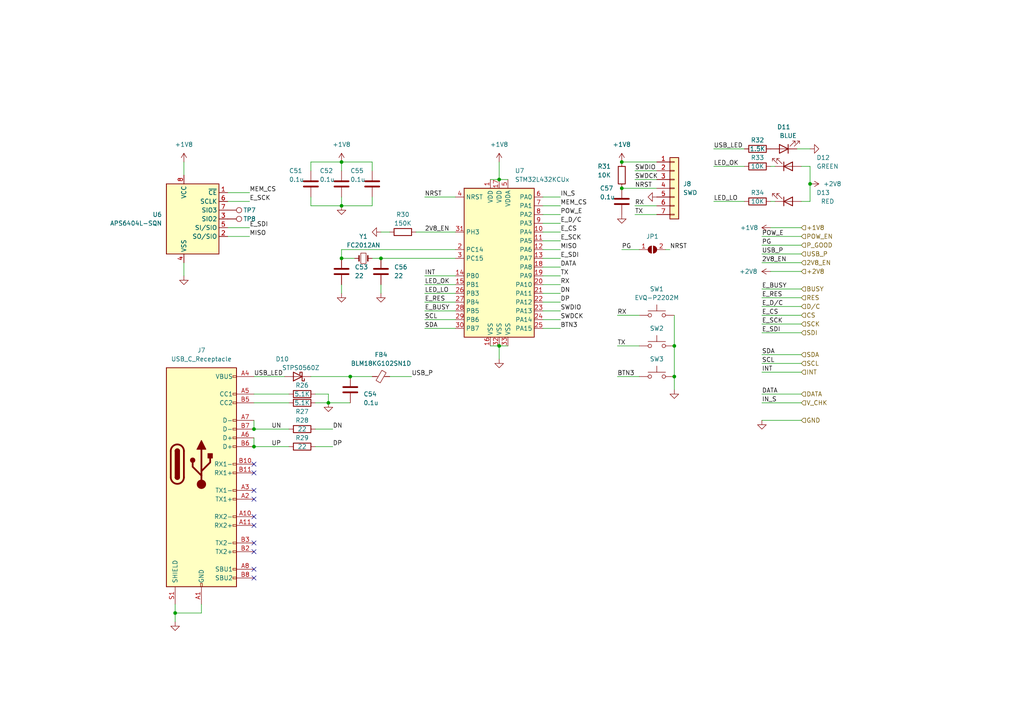
<source format=kicad_sch>
(kicad_sch (version 20221206) (generator eeschema)

  (uuid 3d0783e3-972a-401f-82fe-57ffa7cefd07)

  (paper "A4")

  (lib_symbols
    (symbol "Connector:TestPoint" (pin_numbers hide) (pin_names (offset 0.762) hide) (in_bom yes) (on_board yes)
      (property "Reference" "TP" (at 0 6.858 0)
        (effects (font (size 1.27 1.27)))
      )
      (property "Value" "TestPoint" (at 0 5.08 0)
        (effects (font (size 1.27 1.27)))
      )
      (property "Footprint" "" (at 5.08 0 0)
        (effects (font (size 1.27 1.27)) hide)
      )
      (property "Datasheet" "~" (at 5.08 0 0)
        (effects (font (size 1.27 1.27)) hide)
      )
      (property "ki_keywords" "test point tp" (at 0 0 0)
        (effects (font (size 1.27 1.27)) hide)
      )
      (property "ki_description" "test point" (at 0 0 0)
        (effects (font (size 1.27 1.27)) hide)
      )
      (property "ki_fp_filters" "Pin* Test*" (at 0 0 0)
        (effects (font (size 1.27 1.27)) hide)
      )
      (symbol "TestPoint_0_1"
        (circle (center 0 3.302) (radius 0.762)
          (stroke (width 0) (type default))
          (fill (type none))
        )
      )
      (symbol "TestPoint_1_1"
        (pin passive line (at 0 0 90) (length 2.54)
          (name "1" (effects (font (size 1.27 1.27))))
          (number "1" (effects (font (size 1.27 1.27))))
        )
      )
    )
    (symbol "Connector:USB_C_Receptacle" (pin_names (offset 1.016)) (in_bom yes) (on_board yes)
      (property "Reference" "J" (at -10.16 29.21 0)
        (effects (font (size 1.27 1.27)) (justify left))
      )
      (property "Value" "USB_C_Receptacle" (at 10.16 29.21 0)
        (effects (font (size 1.27 1.27)) (justify right))
      )
      (property "Footprint" "" (at 3.81 0 0)
        (effects (font (size 1.27 1.27)) hide)
      )
      (property "Datasheet" "https://www.usb.org/sites/default/files/documents/usb_type-c.zip" (at 3.81 0 0)
        (effects (font (size 1.27 1.27)) hide)
      )
      (property "ki_keywords" "usb universal serial bus type-C full-featured" (at 0 0 0)
        (effects (font (size 1.27 1.27)) hide)
      )
      (property "ki_description" "USB Full-Featured Type-C Receptacle connector" (at 0 0 0)
        (effects (font (size 1.27 1.27)) hide)
      )
      (property "ki_fp_filters" "USB*C*Receptacle*" (at 0 0 0)
        (effects (font (size 1.27 1.27)) hide)
      )
      (symbol "USB_C_Receptacle_0_0"
        (rectangle (start -0.254 -35.56) (end 0.254 -34.544)
          (stroke (width 0) (type default))
          (fill (type none))
        )
        (rectangle (start 10.16 -32.766) (end 9.144 -33.274)
          (stroke (width 0) (type default))
          (fill (type none))
        )
        (rectangle (start 10.16 -30.226) (end 9.144 -30.734)
          (stroke (width 0) (type default))
          (fill (type none))
        )
        (rectangle (start 10.16 -25.146) (end 9.144 -25.654)
          (stroke (width 0) (type default))
          (fill (type none))
        )
        (rectangle (start 10.16 -22.606) (end 9.144 -23.114)
          (stroke (width 0) (type default))
          (fill (type none))
        )
        (rectangle (start 10.16 -17.526) (end 9.144 -18.034)
          (stroke (width 0) (type default))
          (fill (type none))
        )
        (rectangle (start 10.16 -14.986) (end 9.144 -15.494)
          (stroke (width 0) (type default))
          (fill (type none))
        )
        (rectangle (start 10.16 -9.906) (end 9.144 -10.414)
          (stroke (width 0) (type default))
          (fill (type none))
        )
        (rectangle (start 10.16 -7.366) (end 9.144 -7.874)
          (stroke (width 0) (type default))
          (fill (type none))
        )
        (rectangle (start 10.16 -2.286) (end 9.144 -2.794)
          (stroke (width 0) (type default))
          (fill (type none))
        )
        (rectangle (start 10.16 0.254) (end 9.144 -0.254)
          (stroke (width 0) (type default))
          (fill (type none))
        )
        (rectangle (start 10.16 5.334) (end 9.144 4.826)
          (stroke (width 0) (type default))
          (fill (type none))
        )
        (rectangle (start 10.16 7.874) (end 9.144 7.366)
          (stroke (width 0) (type default))
          (fill (type none))
        )
        (rectangle (start 10.16 10.414) (end 9.144 9.906)
          (stroke (width 0) (type default))
          (fill (type none))
        )
        (rectangle (start 10.16 12.954) (end 9.144 12.446)
          (stroke (width 0) (type default))
          (fill (type none))
        )
        (rectangle (start 10.16 18.034) (end 9.144 17.526)
          (stroke (width 0) (type default))
          (fill (type none))
        )
        (rectangle (start 10.16 20.574) (end 9.144 20.066)
          (stroke (width 0) (type default))
          (fill (type none))
        )
        (rectangle (start 10.16 25.654) (end 9.144 25.146)
          (stroke (width 0) (type default))
          (fill (type none))
        )
      )
      (symbol "USB_C_Receptacle_0_1"
        (rectangle (start -10.16 27.94) (end 10.16 -35.56)
          (stroke (width 0.254) (type default))
          (fill (type background))
        )
        (arc (start -8.89 -3.81) (mid -6.985 -5.7067) (end -5.08 -3.81)
          (stroke (width 0.508) (type default))
          (fill (type none))
        )
        (arc (start -7.62 -3.81) (mid -6.985 -4.4423) (end -6.35 -3.81)
          (stroke (width 0.254) (type default))
          (fill (type none))
        )
        (arc (start -7.62 -3.81) (mid -6.985 -4.4423) (end -6.35 -3.81)
          (stroke (width 0.254) (type default))
          (fill (type outline))
        )
        (rectangle (start -7.62 -3.81) (end -6.35 3.81)
          (stroke (width 0.254) (type default))
          (fill (type outline))
        )
        (arc (start -6.35 3.81) (mid -6.985 4.4423) (end -7.62 3.81)
          (stroke (width 0.254) (type default))
          (fill (type none))
        )
        (arc (start -6.35 3.81) (mid -6.985 4.4423) (end -7.62 3.81)
          (stroke (width 0.254) (type default))
          (fill (type outline))
        )
        (arc (start -5.08 3.81) (mid -6.985 5.7067) (end -8.89 3.81)
          (stroke (width 0.508) (type default))
          (fill (type none))
        )
        (polyline
          (pts
            (xy -8.89 -3.81)
            (xy -8.89 3.81)
          )
          (stroke (width 0.508) (type default))
          (fill (type none))
        )
        (polyline
          (pts
            (xy -5.08 3.81)
            (xy -5.08 -3.81)
          )
          (stroke (width 0.508) (type default))
          (fill (type none))
        )
      )
      (symbol "USB_C_Receptacle_1_1"
        (circle (center -2.54 1.143) (radius 0.635)
          (stroke (width 0.254) (type default))
          (fill (type outline))
        )
        (circle (center 0 -5.842) (radius 1.27)
          (stroke (width 0) (type default))
          (fill (type outline))
        )
        (polyline
          (pts
            (xy 0 -5.842)
            (xy 0 4.318)
          )
          (stroke (width 0.508) (type default))
          (fill (type none))
        )
        (polyline
          (pts
            (xy 0 -3.302)
            (xy -2.54 -0.762)
            (xy -2.54 0.508)
          )
          (stroke (width 0.508) (type default))
          (fill (type none))
        )
        (polyline
          (pts
            (xy 0 -2.032)
            (xy 2.54 0.508)
            (xy 2.54 1.778)
          )
          (stroke (width 0.508) (type default))
          (fill (type none))
        )
        (polyline
          (pts
            (xy -1.27 4.318)
            (xy 0 6.858)
            (xy 1.27 4.318)
            (xy -1.27 4.318)
          )
          (stroke (width 0.254) (type default))
          (fill (type outline))
        )
        (rectangle (start 1.905 1.778) (end 3.175 3.048)
          (stroke (width 0.254) (type default))
          (fill (type outline))
        )
        (pin passive line (at 0 -40.64 90) (length 5.08)
          (name "GND" (effects (font (size 1.27 1.27))))
          (number "A1" (effects (font (size 1.27 1.27))))
        )
        (pin bidirectional line (at 15.24 -15.24 180) (length 5.08)
          (name "RX2-" (effects (font (size 1.27 1.27))))
          (number "A10" (effects (font (size 1.27 1.27))))
        )
        (pin bidirectional line (at 15.24 -17.78 180) (length 5.08)
          (name "RX2+" (effects (font (size 1.27 1.27))))
          (number "A11" (effects (font (size 1.27 1.27))))
        )
        (pin passive line (at 0 -40.64 90) (length 5.08) hide
          (name "GND" (effects (font (size 1.27 1.27))))
          (number "A12" (effects (font (size 1.27 1.27))))
        )
        (pin bidirectional line (at 15.24 -10.16 180) (length 5.08)
          (name "TX1+" (effects (font (size 1.27 1.27))))
          (number "A2" (effects (font (size 1.27 1.27))))
        )
        (pin bidirectional line (at 15.24 -7.62 180) (length 5.08)
          (name "TX1-" (effects (font (size 1.27 1.27))))
          (number "A3" (effects (font (size 1.27 1.27))))
        )
        (pin passive line (at 15.24 25.4 180) (length 5.08)
          (name "VBUS" (effects (font (size 1.27 1.27))))
          (number "A4" (effects (font (size 1.27 1.27))))
        )
        (pin bidirectional line (at 15.24 20.32 180) (length 5.08)
          (name "CC1" (effects (font (size 1.27 1.27))))
          (number "A5" (effects (font (size 1.27 1.27))))
        )
        (pin bidirectional line (at 15.24 7.62 180) (length 5.08)
          (name "D+" (effects (font (size 1.27 1.27))))
          (number "A6" (effects (font (size 1.27 1.27))))
        )
        (pin bidirectional line (at 15.24 12.7 180) (length 5.08)
          (name "D-" (effects (font (size 1.27 1.27))))
          (number "A7" (effects (font (size 1.27 1.27))))
        )
        (pin bidirectional line (at 15.24 -30.48 180) (length 5.08)
          (name "SBU1" (effects (font (size 1.27 1.27))))
          (number "A8" (effects (font (size 1.27 1.27))))
        )
        (pin passive line (at 15.24 25.4 180) (length 5.08) hide
          (name "VBUS" (effects (font (size 1.27 1.27))))
          (number "A9" (effects (font (size 1.27 1.27))))
        )
        (pin passive line (at 0 -40.64 90) (length 5.08) hide
          (name "GND" (effects (font (size 1.27 1.27))))
          (number "B1" (effects (font (size 1.27 1.27))))
        )
        (pin bidirectional line (at 15.24 0 180) (length 5.08)
          (name "RX1-" (effects (font (size 1.27 1.27))))
          (number "B10" (effects (font (size 1.27 1.27))))
        )
        (pin bidirectional line (at 15.24 -2.54 180) (length 5.08)
          (name "RX1+" (effects (font (size 1.27 1.27))))
          (number "B11" (effects (font (size 1.27 1.27))))
        )
        (pin passive line (at 0 -40.64 90) (length 5.08) hide
          (name "GND" (effects (font (size 1.27 1.27))))
          (number "B12" (effects (font (size 1.27 1.27))))
        )
        (pin bidirectional line (at 15.24 -25.4 180) (length 5.08)
          (name "TX2+" (effects (font (size 1.27 1.27))))
          (number "B2" (effects (font (size 1.27 1.27))))
        )
        (pin bidirectional line (at 15.24 -22.86 180) (length 5.08)
          (name "TX2-" (effects (font (size 1.27 1.27))))
          (number "B3" (effects (font (size 1.27 1.27))))
        )
        (pin passive line (at 15.24 25.4 180) (length 5.08) hide
          (name "VBUS" (effects (font (size 1.27 1.27))))
          (number "B4" (effects (font (size 1.27 1.27))))
        )
        (pin bidirectional line (at 15.24 17.78 180) (length 5.08)
          (name "CC2" (effects (font (size 1.27 1.27))))
          (number "B5" (effects (font (size 1.27 1.27))))
        )
        (pin bidirectional line (at 15.24 5.08 180) (length 5.08)
          (name "D+" (effects (font (size 1.27 1.27))))
          (number "B6" (effects (font (size 1.27 1.27))))
        )
        (pin bidirectional line (at 15.24 10.16 180) (length 5.08)
          (name "D-" (effects (font (size 1.27 1.27))))
          (number "B7" (effects (font (size 1.27 1.27))))
        )
        (pin bidirectional line (at 15.24 -33.02 180) (length 5.08)
          (name "SBU2" (effects (font (size 1.27 1.27))))
          (number "B8" (effects (font (size 1.27 1.27))))
        )
        (pin passive line (at 15.24 25.4 180) (length 5.08) hide
          (name "VBUS" (effects (font (size 1.27 1.27))))
          (number "B9" (effects (font (size 1.27 1.27))))
        )
        (pin passive line (at -7.62 -40.64 90) (length 5.08)
          (name "SHIELD" (effects (font (size 1.27 1.27))))
          (number "S1" (effects (font (size 1.27 1.27))))
        )
      )
    )
    (symbol "Connector_Generic:Conn_01x07" (pin_names (offset 1.016) hide) (in_bom yes) (on_board yes)
      (property "Reference" "J" (at 0 10.16 0)
        (effects (font (size 1.27 1.27)))
      )
      (property "Value" "Conn_01x07" (at 0 -10.16 0)
        (effects (font (size 1.27 1.27)))
      )
      (property "Footprint" "" (at 0 0 0)
        (effects (font (size 1.27 1.27)) hide)
      )
      (property "Datasheet" "~" (at 0 0 0)
        (effects (font (size 1.27 1.27)) hide)
      )
      (property "ki_keywords" "connector" (at 0 0 0)
        (effects (font (size 1.27 1.27)) hide)
      )
      (property "ki_description" "Generic connector, single row, 01x07, script generated (kicad-library-utils/schlib/autogen/connector/)" (at 0 0 0)
        (effects (font (size 1.27 1.27)) hide)
      )
      (property "ki_fp_filters" "Connector*:*_1x??_*" (at 0 0 0)
        (effects (font (size 1.27 1.27)) hide)
      )
      (symbol "Conn_01x07_1_1"
        (rectangle (start -1.27 -7.493) (end 0 -7.747)
          (stroke (width 0.1524) (type default))
          (fill (type none))
        )
        (rectangle (start -1.27 -4.953) (end 0 -5.207)
          (stroke (width 0.1524) (type default))
          (fill (type none))
        )
        (rectangle (start -1.27 -2.413) (end 0 -2.667)
          (stroke (width 0.1524) (type default))
          (fill (type none))
        )
        (rectangle (start -1.27 0.127) (end 0 -0.127)
          (stroke (width 0.1524) (type default))
          (fill (type none))
        )
        (rectangle (start -1.27 2.667) (end 0 2.413)
          (stroke (width 0.1524) (type default))
          (fill (type none))
        )
        (rectangle (start -1.27 5.207) (end 0 4.953)
          (stroke (width 0.1524) (type default))
          (fill (type none))
        )
        (rectangle (start -1.27 7.747) (end 0 7.493)
          (stroke (width 0.1524) (type default))
          (fill (type none))
        )
        (rectangle (start -1.27 8.89) (end 1.27 -8.89)
          (stroke (width 0.254) (type default))
          (fill (type background))
        )
        (pin passive line (at -5.08 7.62 0) (length 3.81)
          (name "Pin_1" (effects (font (size 1.27 1.27))))
          (number "1" (effects (font (size 1.27 1.27))))
        )
        (pin passive line (at -5.08 5.08 0) (length 3.81)
          (name "Pin_2" (effects (font (size 1.27 1.27))))
          (number "2" (effects (font (size 1.27 1.27))))
        )
        (pin passive line (at -5.08 2.54 0) (length 3.81)
          (name "Pin_3" (effects (font (size 1.27 1.27))))
          (number "3" (effects (font (size 1.27 1.27))))
        )
        (pin passive line (at -5.08 0 0) (length 3.81)
          (name "Pin_4" (effects (font (size 1.27 1.27))))
          (number "4" (effects (font (size 1.27 1.27))))
        )
        (pin passive line (at -5.08 -2.54 0) (length 3.81)
          (name "Pin_5" (effects (font (size 1.27 1.27))))
          (number "5" (effects (font (size 1.27 1.27))))
        )
        (pin passive line (at -5.08 -5.08 0) (length 3.81)
          (name "Pin_6" (effects (font (size 1.27 1.27))))
          (number "6" (effects (font (size 1.27 1.27))))
        )
        (pin passive line (at -5.08 -7.62 0) (length 3.81)
          (name "Pin_7" (effects (font (size 1.27 1.27))))
          (number "7" (effects (font (size 1.27 1.27))))
        )
      )
    )
    (symbol "Device:C" (pin_numbers hide) (pin_names (offset 0.254)) (in_bom yes) (on_board yes)
      (property "Reference" "C" (at 0.635 2.54 0)
        (effects (font (size 1.27 1.27)) (justify left))
      )
      (property "Value" "C" (at 0.635 -2.54 0)
        (effects (font (size 1.27 1.27)) (justify left))
      )
      (property "Footprint" "" (at 0.9652 -3.81 0)
        (effects (font (size 1.27 1.27)) hide)
      )
      (property "Datasheet" "~" (at 0 0 0)
        (effects (font (size 1.27 1.27)) hide)
      )
      (property "ki_keywords" "cap capacitor" (at 0 0 0)
        (effects (font (size 1.27 1.27)) hide)
      )
      (property "ki_description" "Unpolarized capacitor" (at 0 0 0)
        (effects (font (size 1.27 1.27)) hide)
      )
      (property "ki_fp_filters" "C_*" (at 0 0 0)
        (effects (font (size 1.27 1.27)) hide)
      )
      (symbol "C_0_1"
        (polyline
          (pts
            (xy -2.032 -0.762)
            (xy 2.032 -0.762)
          )
          (stroke (width 0.508) (type default))
          (fill (type none))
        )
        (polyline
          (pts
            (xy -2.032 0.762)
            (xy 2.032 0.762)
          )
          (stroke (width 0.508) (type default))
          (fill (type none))
        )
      )
      (symbol "C_1_1"
        (pin passive line (at 0 3.81 270) (length 2.794)
          (name "~" (effects (font (size 1.27 1.27))))
          (number "1" (effects (font (size 1.27 1.27))))
        )
        (pin passive line (at 0 -3.81 90) (length 2.794)
          (name "~" (effects (font (size 1.27 1.27))))
          (number "2" (effects (font (size 1.27 1.27))))
        )
      )
    )
    (symbol "Device:Crystal_Small" (pin_numbers hide) (pin_names (offset 1.016) hide) (in_bom yes) (on_board yes)
      (property "Reference" "Y" (at 0 2.54 0)
        (effects (font (size 1.27 1.27)))
      )
      (property "Value" "Crystal_Small" (at 0 -2.54 0)
        (effects (font (size 1.27 1.27)))
      )
      (property "Footprint" "" (at 0 0 0)
        (effects (font (size 1.27 1.27)) hide)
      )
      (property "Datasheet" "~" (at 0 0 0)
        (effects (font (size 1.27 1.27)) hide)
      )
      (property "ki_keywords" "quartz ceramic resonator oscillator" (at 0 0 0)
        (effects (font (size 1.27 1.27)) hide)
      )
      (property "ki_description" "Two pin crystal, small symbol" (at 0 0 0)
        (effects (font (size 1.27 1.27)) hide)
      )
      (property "ki_fp_filters" "Crystal*" (at 0 0 0)
        (effects (font (size 1.27 1.27)) hide)
      )
      (symbol "Crystal_Small_0_1"
        (rectangle (start -0.762 -1.524) (end 0.762 1.524)
          (stroke (width 0) (type default))
          (fill (type none))
        )
        (polyline
          (pts
            (xy -1.27 -0.762)
            (xy -1.27 0.762)
          )
          (stroke (width 0.381) (type default))
          (fill (type none))
        )
        (polyline
          (pts
            (xy 1.27 -0.762)
            (xy 1.27 0.762)
          )
          (stroke (width 0.381) (type default))
          (fill (type none))
        )
      )
      (symbol "Crystal_Small_1_1"
        (pin passive line (at -2.54 0 0) (length 1.27)
          (name "1" (effects (font (size 1.27 1.27))))
          (number "1" (effects (font (size 1.27 1.27))))
        )
        (pin passive line (at 2.54 0 180) (length 1.27)
          (name "2" (effects (font (size 1.27 1.27))))
          (number "2" (effects (font (size 1.27 1.27))))
        )
      )
    )
    (symbol "Device:D_Schottky" (pin_numbers hide) (pin_names (offset 1.016) hide) (in_bom yes) (on_board yes)
      (property "Reference" "D" (at 0 2.54 0)
        (effects (font (size 1.27 1.27)))
      )
      (property "Value" "D_Schottky" (at 0 -2.54 0)
        (effects (font (size 1.27 1.27)))
      )
      (property "Footprint" "" (at 0 0 0)
        (effects (font (size 1.27 1.27)) hide)
      )
      (property "Datasheet" "~" (at 0 0 0)
        (effects (font (size 1.27 1.27)) hide)
      )
      (property "ki_keywords" "diode Schottky" (at 0 0 0)
        (effects (font (size 1.27 1.27)) hide)
      )
      (property "ki_description" "Schottky diode" (at 0 0 0)
        (effects (font (size 1.27 1.27)) hide)
      )
      (property "ki_fp_filters" "TO-???* *_Diode_* *SingleDiode* D_*" (at 0 0 0)
        (effects (font (size 1.27 1.27)) hide)
      )
      (symbol "D_Schottky_0_1"
        (polyline
          (pts
            (xy 1.27 0)
            (xy -1.27 0)
          )
          (stroke (width 0) (type default))
          (fill (type none))
        )
        (polyline
          (pts
            (xy 1.27 1.27)
            (xy 1.27 -1.27)
            (xy -1.27 0)
            (xy 1.27 1.27)
          )
          (stroke (width 0.254) (type default))
          (fill (type none))
        )
        (polyline
          (pts
            (xy -1.905 0.635)
            (xy -1.905 1.27)
            (xy -1.27 1.27)
            (xy -1.27 -1.27)
            (xy -0.635 -1.27)
            (xy -0.635 -0.635)
          )
          (stroke (width 0.254) (type default))
          (fill (type none))
        )
      )
      (symbol "D_Schottky_1_1"
        (pin passive line (at -3.81 0 0) (length 2.54)
          (name "K" (effects (font (size 1.27 1.27))))
          (number "1" (effects (font (size 1.27 1.27))))
        )
        (pin passive line (at 3.81 0 180) (length 2.54)
          (name "A" (effects (font (size 1.27 1.27))))
          (number "2" (effects (font (size 1.27 1.27))))
        )
      )
    )
    (symbol "Device:FerriteBead_Small" (pin_numbers hide) (pin_names (offset 0)) (in_bom yes) (on_board yes)
      (property "Reference" "FB" (at 1.905 1.27 0)
        (effects (font (size 1.27 1.27)) (justify left))
      )
      (property "Value" "FerriteBead_Small" (at 1.905 -1.27 0)
        (effects (font (size 1.27 1.27)) (justify left))
      )
      (property "Footprint" "" (at -1.778 0 90)
        (effects (font (size 1.27 1.27)) hide)
      )
      (property "Datasheet" "~" (at 0 0 0)
        (effects (font (size 1.27 1.27)) hide)
      )
      (property "ki_keywords" "L ferrite bead inductor filter" (at 0 0 0)
        (effects (font (size 1.27 1.27)) hide)
      )
      (property "ki_description" "Ferrite bead, small symbol" (at 0 0 0)
        (effects (font (size 1.27 1.27)) hide)
      )
      (property "ki_fp_filters" "Inductor_* L_* *Ferrite*" (at 0 0 0)
        (effects (font (size 1.27 1.27)) hide)
      )
      (symbol "FerriteBead_Small_0_1"
        (polyline
          (pts
            (xy 0 -1.27)
            (xy 0 -0.7874)
          )
          (stroke (width 0) (type default))
          (fill (type none))
        )
        (polyline
          (pts
            (xy 0 0.889)
            (xy 0 1.2954)
          )
          (stroke (width 0) (type default))
          (fill (type none))
        )
        (polyline
          (pts
            (xy -1.8288 0.2794)
            (xy -1.1176 1.4986)
            (xy 1.8288 -0.2032)
            (xy 1.1176 -1.4224)
            (xy -1.8288 0.2794)
          )
          (stroke (width 0) (type default))
          (fill (type none))
        )
      )
      (symbol "FerriteBead_Small_1_1"
        (pin passive line (at 0 2.54 270) (length 1.27)
          (name "~" (effects (font (size 1.27 1.27))))
          (number "1" (effects (font (size 1.27 1.27))))
        )
        (pin passive line (at 0 -2.54 90) (length 1.27)
          (name "~" (effects (font (size 1.27 1.27))))
          (number "2" (effects (font (size 1.27 1.27))))
        )
      )
    )
    (symbol "Device:LED" (pin_numbers hide) (pin_names (offset 1.016) hide) (in_bom yes) (on_board yes)
      (property "Reference" "D" (at 0 2.54 0)
        (effects (font (size 1.27 1.27)))
      )
      (property "Value" "LED" (at 0 -2.54 0)
        (effects (font (size 1.27 1.27)))
      )
      (property "Footprint" "" (at 0 0 0)
        (effects (font (size 1.27 1.27)) hide)
      )
      (property "Datasheet" "~" (at 0 0 0)
        (effects (font (size 1.27 1.27)) hide)
      )
      (property "ki_keywords" "LED diode" (at 0 0 0)
        (effects (font (size 1.27 1.27)) hide)
      )
      (property "ki_description" "Light emitting diode" (at 0 0 0)
        (effects (font (size 1.27 1.27)) hide)
      )
      (property "ki_fp_filters" "LED* LED_SMD:* LED_THT:*" (at 0 0 0)
        (effects (font (size 1.27 1.27)) hide)
      )
      (symbol "LED_0_1"
        (polyline
          (pts
            (xy -1.27 -1.27)
            (xy -1.27 1.27)
          )
          (stroke (width 0.254) (type default))
          (fill (type none))
        )
        (polyline
          (pts
            (xy -1.27 0)
            (xy 1.27 0)
          )
          (stroke (width 0) (type default))
          (fill (type none))
        )
        (polyline
          (pts
            (xy 1.27 -1.27)
            (xy 1.27 1.27)
            (xy -1.27 0)
            (xy 1.27 -1.27)
          )
          (stroke (width 0.254) (type default))
          (fill (type none))
        )
        (polyline
          (pts
            (xy -3.048 -0.762)
            (xy -4.572 -2.286)
            (xy -3.81 -2.286)
            (xy -4.572 -2.286)
            (xy -4.572 -1.524)
          )
          (stroke (width 0) (type default))
          (fill (type none))
        )
        (polyline
          (pts
            (xy -1.778 -0.762)
            (xy -3.302 -2.286)
            (xy -2.54 -2.286)
            (xy -3.302 -2.286)
            (xy -3.302 -1.524)
          )
          (stroke (width 0) (type default))
          (fill (type none))
        )
      )
      (symbol "LED_1_1"
        (pin passive line (at -3.81 0 0) (length 2.54)
          (name "K" (effects (font (size 1.27 1.27))))
          (number "1" (effects (font (size 1.27 1.27))))
        )
        (pin passive line (at 3.81 0 180) (length 2.54)
          (name "A" (effects (font (size 1.27 1.27))))
          (number "2" (effects (font (size 1.27 1.27))))
        )
      )
    )
    (symbol "Device:R" (pin_numbers hide) (pin_names (offset 0)) (in_bom yes) (on_board yes)
      (property "Reference" "R" (at 2.032 0 90)
        (effects (font (size 1.27 1.27)))
      )
      (property "Value" "R" (at 0 0 90)
        (effects (font (size 1.27 1.27)))
      )
      (property "Footprint" "" (at -1.778 0 90)
        (effects (font (size 1.27 1.27)) hide)
      )
      (property "Datasheet" "~" (at 0 0 0)
        (effects (font (size 1.27 1.27)) hide)
      )
      (property "ki_keywords" "R res resistor" (at 0 0 0)
        (effects (font (size 1.27 1.27)) hide)
      )
      (property "ki_description" "Resistor" (at 0 0 0)
        (effects (font (size 1.27 1.27)) hide)
      )
      (property "ki_fp_filters" "R_*" (at 0 0 0)
        (effects (font (size 1.27 1.27)) hide)
      )
      (symbol "R_0_1"
        (rectangle (start -1.016 -2.54) (end 1.016 2.54)
          (stroke (width 0.254) (type default))
          (fill (type none))
        )
      )
      (symbol "R_1_1"
        (pin passive line (at 0 3.81 270) (length 1.27)
          (name "~" (effects (font (size 1.27 1.27))))
          (number "1" (effects (font (size 1.27 1.27))))
        )
        (pin passive line (at 0 -3.81 90) (length 1.27)
          (name "~" (effects (font (size 1.27 1.27))))
          (number "2" (effects (font (size 1.27 1.27))))
        )
      )
    )
    (symbol "Jumper:SolderJumper_2_Open" (pin_names (offset 0) hide) (in_bom yes) (on_board yes)
      (property "Reference" "JP" (at 0 2.032 0)
        (effects (font (size 1.27 1.27)))
      )
      (property "Value" "SolderJumper_2_Open" (at 0 -2.54 0)
        (effects (font (size 1.27 1.27)))
      )
      (property "Footprint" "" (at 0 0 0)
        (effects (font (size 1.27 1.27)) hide)
      )
      (property "Datasheet" "~" (at 0 0 0)
        (effects (font (size 1.27 1.27)) hide)
      )
      (property "ki_keywords" "solder jumper SPST" (at 0 0 0)
        (effects (font (size 1.27 1.27)) hide)
      )
      (property "ki_description" "Solder Jumper, 2-pole, open" (at 0 0 0)
        (effects (font (size 1.27 1.27)) hide)
      )
      (property "ki_fp_filters" "SolderJumper*Open*" (at 0 0 0)
        (effects (font (size 1.27 1.27)) hide)
      )
      (symbol "SolderJumper_2_Open_0_1"
        (arc (start -0.254 1.016) (mid -1.2656 0) (end -0.254 -1.016)
          (stroke (width 0) (type default))
          (fill (type none))
        )
        (arc (start -0.254 1.016) (mid -1.2656 0) (end -0.254 -1.016)
          (stroke (width 0) (type default))
          (fill (type outline))
        )
        (polyline
          (pts
            (xy -0.254 1.016)
            (xy -0.254 -1.016)
          )
          (stroke (width 0) (type default))
          (fill (type none))
        )
        (polyline
          (pts
            (xy 0.254 1.016)
            (xy 0.254 -1.016)
          )
          (stroke (width 0) (type default))
          (fill (type none))
        )
        (arc (start 0.254 -1.016) (mid 1.2656 0) (end 0.254 1.016)
          (stroke (width 0) (type default))
          (fill (type none))
        )
        (arc (start 0.254 -1.016) (mid 1.2656 0) (end 0.254 1.016)
          (stroke (width 0) (type default))
          (fill (type outline))
        )
      )
      (symbol "SolderJumper_2_Open_1_1"
        (pin passive line (at -3.81 0 0) (length 2.54)
          (name "A" (effects (font (size 1.27 1.27))))
          (number "1" (effects (font (size 1.27 1.27))))
        )
        (pin passive line (at 3.81 0 180) (length 2.54)
          (name "B" (effects (font (size 1.27 1.27))))
          (number "2" (effects (font (size 1.27 1.27))))
        )
      )
    )
    (symbol "MCU_ST_STM32L4:STM32L432KCUx" (in_bom yes) (on_board yes)
      (property "Reference" "U" (at -10.16 21.59 0)
        (effects (font (size 1.27 1.27)) (justify left))
      )
      (property "Value" "STM32L432KCUx" (at 5.08 21.59 0)
        (effects (font (size 1.27 1.27)) (justify left))
      )
      (property "Footprint" "Package_DFN_QFN:QFN-32-1EP_5x5mm_P0.5mm_EP3.45x3.45mm" (at -10.16 -22.86 0)
        (effects (font (size 1.27 1.27)) (justify right) hide)
      )
      (property "Datasheet" "http://www.st.com/st-web-ui/static/active/en/resource/technical/document/datasheet/DM00257205.pdf" (at 0 0 0)
        (effects (font (size 1.27 1.27)) hide)
      )
      (property "ki_keywords" "ARM Cortex-M4 STM32L4 STM32L4x2" (at 0 0 0)
        (effects (font (size 1.27 1.27)) hide)
      )
      (property "ki_description" "ARM Cortex-M4 MCU, 256KB flash, 64KB RAM, 80MHz, 1.71-3.6V, 26 GPIO, UFQFPN-32" (at 0 0 0)
        (effects (font (size 1.27 1.27)) hide)
      )
      (property "ki_fp_filters" "QFN*1EP*5x5mm*P0.5mm*" (at 0 0 0)
        (effects (font (size 1.27 1.27)) hide)
      )
      (symbol "STM32L432KCUx_0_1"
        (rectangle (start -10.16 -22.86) (end 10.16 20.32)
          (stroke (width 0.254) (type default))
          (fill (type background))
        )
      )
      (symbol "STM32L432KCUx_1_1"
        (pin power_in line (at -2.54 22.86 270) (length 2.54)
          (name "VDD" (effects (font (size 1.27 1.27))))
          (number "1" (effects (font (size 1.27 1.27))))
        )
        (pin bidirectional line (at 12.7 7.62 180) (length 2.54)
          (name "PA4" (effects (font (size 1.27 1.27))))
          (number "10" (effects (font (size 1.27 1.27))))
        )
        (pin bidirectional line (at 12.7 5.08 180) (length 2.54)
          (name "PA5" (effects (font (size 1.27 1.27))))
          (number "11" (effects (font (size 1.27 1.27))))
        )
        (pin bidirectional line (at 12.7 2.54 180) (length 2.54)
          (name "PA6" (effects (font (size 1.27 1.27))))
          (number "12" (effects (font (size 1.27 1.27))))
        )
        (pin bidirectional line (at 12.7 0 180) (length 2.54)
          (name "PA7" (effects (font (size 1.27 1.27))))
          (number "13" (effects (font (size 1.27 1.27))))
        )
        (pin bidirectional line (at -12.7 -5.08 0) (length 2.54)
          (name "PB0" (effects (font (size 1.27 1.27))))
          (number "14" (effects (font (size 1.27 1.27))))
        )
        (pin bidirectional line (at -12.7 -7.62 0) (length 2.54)
          (name "PB1" (effects (font (size 1.27 1.27))))
          (number "15" (effects (font (size 1.27 1.27))))
        )
        (pin power_in line (at -2.54 -25.4 90) (length 2.54)
          (name "VSS" (effects (font (size 1.27 1.27))))
          (number "16" (effects (font (size 1.27 1.27))))
        )
        (pin power_in line (at 0 22.86 270) (length 2.54)
          (name "VDD" (effects (font (size 1.27 1.27))))
          (number "17" (effects (font (size 1.27 1.27))))
        )
        (pin bidirectional line (at 12.7 -2.54 180) (length 2.54)
          (name "PA8" (effects (font (size 1.27 1.27))))
          (number "18" (effects (font (size 1.27 1.27))))
        )
        (pin bidirectional line (at 12.7 -5.08 180) (length 2.54)
          (name "PA9" (effects (font (size 1.27 1.27))))
          (number "19" (effects (font (size 1.27 1.27))))
        )
        (pin bidirectional line (at -12.7 2.54 0) (length 2.54)
          (name "PC14" (effects (font (size 1.27 1.27))))
          (number "2" (effects (font (size 1.27 1.27))))
        )
        (pin bidirectional line (at 12.7 -7.62 180) (length 2.54)
          (name "PA10" (effects (font (size 1.27 1.27))))
          (number "20" (effects (font (size 1.27 1.27))))
        )
        (pin bidirectional line (at 12.7 -10.16 180) (length 2.54)
          (name "PA11" (effects (font (size 1.27 1.27))))
          (number "21" (effects (font (size 1.27 1.27))))
        )
        (pin bidirectional line (at 12.7 -12.7 180) (length 2.54)
          (name "PA12" (effects (font (size 1.27 1.27))))
          (number "22" (effects (font (size 1.27 1.27))))
        )
        (pin bidirectional line (at 12.7 -15.24 180) (length 2.54)
          (name "PA13" (effects (font (size 1.27 1.27))))
          (number "23" (effects (font (size 1.27 1.27))))
        )
        (pin bidirectional line (at 12.7 -17.78 180) (length 2.54)
          (name "PA14" (effects (font (size 1.27 1.27))))
          (number "24" (effects (font (size 1.27 1.27))))
        )
        (pin bidirectional line (at 12.7 -20.32 180) (length 2.54)
          (name "PA15" (effects (font (size 1.27 1.27))))
          (number "25" (effects (font (size 1.27 1.27))))
        )
        (pin bidirectional line (at -12.7 -10.16 0) (length 2.54)
          (name "PB3" (effects (font (size 1.27 1.27))))
          (number "26" (effects (font (size 1.27 1.27))))
        )
        (pin bidirectional line (at -12.7 -12.7 0) (length 2.54)
          (name "PB4" (effects (font (size 1.27 1.27))))
          (number "27" (effects (font (size 1.27 1.27))))
        )
        (pin bidirectional line (at -12.7 -15.24 0) (length 2.54)
          (name "PB5" (effects (font (size 1.27 1.27))))
          (number "28" (effects (font (size 1.27 1.27))))
        )
        (pin bidirectional line (at -12.7 -17.78 0) (length 2.54)
          (name "PB6" (effects (font (size 1.27 1.27))))
          (number "29" (effects (font (size 1.27 1.27))))
        )
        (pin bidirectional line (at -12.7 0 0) (length 2.54)
          (name "PC15" (effects (font (size 1.27 1.27))))
          (number "3" (effects (font (size 1.27 1.27))))
        )
        (pin bidirectional line (at -12.7 -20.32 0) (length 2.54)
          (name "PB7" (effects (font (size 1.27 1.27))))
          (number "30" (effects (font (size 1.27 1.27))))
        )
        (pin bidirectional line (at -12.7 7.62 0) (length 2.54)
          (name "PH3" (effects (font (size 1.27 1.27))))
          (number "31" (effects (font (size 1.27 1.27))))
        )
        (pin power_in line (at 0 -25.4 90) (length 2.54)
          (name "VSS" (effects (font (size 1.27 1.27))))
          (number "32" (effects (font (size 1.27 1.27))))
        )
        (pin power_in line (at 2.54 -25.4 90) (length 2.54)
          (name "VSS" (effects (font (size 1.27 1.27))))
          (number "33" (effects (font (size 1.27 1.27))))
        )
        (pin input line (at -12.7 17.78 0) (length 2.54)
          (name "NRST" (effects (font (size 1.27 1.27))))
          (number "4" (effects (font (size 1.27 1.27))))
        )
        (pin power_in line (at 2.54 22.86 270) (length 2.54)
          (name "VDDA" (effects (font (size 1.27 1.27))))
          (number "5" (effects (font (size 1.27 1.27))))
        )
        (pin bidirectional line (at 12.7 17.78 180) (length 2.54)
          (name "PA0" (effects (font (size 1.27 1.27))))
          (number "6" (effects (font (size 1.27 1.27))))
        )
        (pin bidirectional line (at 12.7 15.24 180) (length 2.54)
          (name "PA1" (effects (font (size 1.27 1.27))))
          (number "7" (effects (font (size 1.27 1.27))))
        )
        (pin bidirectional line (at 12.7 12.7 180) (length 2.54)
          (name "PA2" (effects (font (size 1.27 1.27))))
          (number "8" (effects (font (size 1.27 1.27))))
        )
        (pin bidirectional line (at 12.7 10.16 180) (length 2.54)
          (name "PA3" (effects (font (size 1.27 1.27))))
          (number "9" (effects (font (size 1.27 1.27))))
        )
      )
    )
    (symbol "Memory_RAM:ESP-PSRAM32" (in_bom yes) (on_board yes)
      (property "Reference" "U" (at 3.81 11.43 0)
        (effects (font (size 1.27 1.27)))
      )
      (property "Value" "ESP-PSRAM32" (at -1.27 -11.43 0)
        (effects (font (size 1.27 1.27)) (justify left))
      )
      (property "Footprint" "Package_SO:SOIC-8_3.9x4.9mm_P1.27mm" (at 0 -15.24 0)
        (effects (font (size 1.27 1.27)) hide)
      )
      (property "Datasheet" "https://www.espressif.com/sites/default/files/documentation/esp-psram32_datasheet_en.pdf" (at -10.16 12.7 0)
        (effects (font (size 1.27 1.27)) hide)
      )
      (property "ki_keywords" "32 Mbit serial pseudo SRAM MEMORY" (at 0 0 0)
        (effects (font (size 1.27 1.27)) hide)
      )
      (property "ki_description" "32 Mbit serial pseudo SRAM device organized as 4Mx8 bits, 1.8 VCC, SOIC8 (SOP8)" (at 0 0 0)
        (effects (font (size 1.27 1.27)) hide)
      )
      (property "ki_fp_filters" "SOIC*3.9x4.9mm?P1.27mm*" (at 0 0 0)
        (effects (font (size 1.27 1.27)) hide)
      )
      (symbol "ESP-PSRAM32_0_1"
        (rectangle (start -7.62 10.16) (end 7.62 -10.16)
          (stroke (width 0.254) (type default))
          (fill (type background))
        )
      )
      (symbol "ESP-PSRAM32_1_1"
        (pin input line (at 10.16 7.62 180) (length 2.54)
          (name "~{CE}" (effects (font (size 1.27 1.27))))
          (number "1" (effects (font (size 1.27 1.27))))
        )
        (pin output line (at 10.16 -5.08 180) (length 2.54)
          (name "SO/SIO" (effects (font (size 1.27 1.27))))
          (number "2" (effects (font (size 1.27 1.27))))
        )
        (pin bidirectional line (at 10.16 0 180) (length 2.54)
          (name "SIO2" (effects (font (size 1.27 1.27))))
          (number "3" (effects (font (size 1.27 1.27))))
        )
        (pin power_in line (at -2.54 -12.7 90) (length 2.54)
          (name "VSS" (effects (font (size 1.27 1.27))))
          (number "4" (effects (font (size 1.27 1.27))))
        )
        (pin input line (at 10.16 -2.54 180) (length 2.54)
          (name "SI/SIO" (effects (font (size 1.27 1.27))))
          (number "5" (effects (font (size 1.27 1.27))))
        )
        (pin output line (at 10.16 5.08 180) (length 2.54)
          (name "SCLK" (effects (font (size 1.27 1.27))))
          (number "6" (effects (font (size 1.27 1.27))))
        )
        (pin bidirectional line (at 10.16 2.54 180) (length 2.54)
          (name "SIO3" (effects (font (size 1.27 1.27))))
          (number "7" (effects (font (size 1.27 1.27))))
        )
        (pin power_in line (at -2.54 12.7 270) (length 2.54)
          (name "VCC" (effects (font (size 1.27 1.27))))
          (number "8" (effects (font (size 1.27 1.27))))
        )
      )
    )
    (symbol "Switch:SW_Push" (pin_numbers hide) (pin_names (offset 1.016) hide) (in_bom yes) (on_board yes)
      (property "Reference" "SW" (at 1.27 2.54 0)
        (effects (font (size 1.27 1.27)) (justify left))
      )
      (property "Value" "SW_Push" (at 0 -1.524 0)
        (effects (font (size 1.27 1.27)))
      )
      (property "Footprint" "" (at 0 5.08 0)
        (effects (font (size 1.27 1.27)) hide)
      )
      (property "Datasheet" "~" (at 0 5.08 0)
        (effects (font (size 1.27 1.27)) hide)
      )
      (property "ki_keywords" "switch normally-open pushbutton push-button" (at 0 0 0)
        (effects (font (size 1.27 1.27)) hide)
      )
      (property "ki_description" "Push button switch, generic, two pins" (at 0 0 0)
        (effects (font (size 1.27 1.27)) hide)
      )
      (symbol "SW_Push_0_1"
        (circle (center -2.032 0) (radius 0.508)
          (stroke (width 0) (type default))
          (fill (type none))
        )
        (polyline
          (pts
            (xy 0 1.27)
            (xy 0 3.048)
          )
          (stroke (width 0) (type default))
          (fill (type none))
        )
        (polyline
          (pts
            (xy 2.54 1.27)
            (xy -2.54 1.27)
          )
          (stroke (width 0) (type default))
          (fill (type none))
        )
        (circle (center 2.032 0) (radius 0.508)
          (stroke (width 0) (type default))
          (fill (type none))
        )
        (pin passive line (at -5.08 0 0) (length 2.54)
          (name "1" (effects (font (size 1.27 1.27))))
          (number "1" (effects (font (size 1.27 1.27))))
        )
        (pin passive line (at 5.08 0 180) (length 2.54)
          (name "2" (effects (font (size 1.27 1.27))))
          (number "2" (effects (font (size 1.27 1.27))))
        )
      )
    )
    (symbol "power:+1V8" (power) (pin_names (offset 0)) (in_bom yes) (on_board yes)
      (property "Reference" "#PWR" (at 0 -3.81 0)
        (effects (font (size 1.27 1.27)) hide)
      )
      (property "Value" "+1V8" (at 0 3.556 0)
        (effects (font (size 1.27 1.27)))
      )
      (property "Footprint" "" (at 0 0 0)
        (effects (font (size 1.27 1.27)) hide)
      )
      (property "Datasheet" "" (at 0 0 0)
        (effects (font (size 1.27 1.27)) hide)
      )
      (property "ki_keywords" "power-flag" (at 0 0 0)
        (effects (font (size 1.27 1.27)) hide)
      )
      (property "ki_description" "Power symbol creates a global label with name \"+1V8\"" (at 0 0 0)
        (effects (font (size 1.27 1.27)) hide)
      )
      (symbol "+1V8_0_1"
        (polyline
          (pts
            (xy -0.762 1.27)
            (xy 0 2.54)
          )
          (stroke (width 0) (type default))
          (fill (type none))
        )
        (polyline
          (pts
            (xy 0 0)
            (xy 0 2.54)
          )
          (stroke (width 0) (type default))
          (fill (type none))
        )
        (polyline
          (pts
            (xy 0 2.54)
            (xy 0.762 1.27)
          )
          (stroke (width 0) (type default))
          (fill (type none))
        )
      )
      (symbol "+1V8_1_1"
        (pin power_in line (at 0 0 90) (length 0) hide
          (name "+1V8" (effects (font (size 1.27 1.27))))
          (number "1" (effects (font (size 1.27 1.27))))
        )
      )
    )
    (symbol "power:+2V8" (power) (pin_names (offset 0)) (in_bom yes) (on_board yes)
      (property "Reference" "#PWR" (at 0 -3.81 0)
        (effects (font (size 1.27 1.27)) hide)
      )
      (property "Value" "+2V8" (at 0 3.556 0)
        (effects (font (size 1.27 1.27)))
      )
      (property "Footprint" "" (at 0 0 0)
        (effects (font (size 1.27 1.27)) hide)
      )
      (property "Datasheet" "" (at 0 0 0)
        (effects (font (size 1.27 1.27)) hide)
      )
      (property "ki_keywords" "power-flag" (at 0 0 0)
        (effects (font (size 1.27 1.27)) hide)
      )
      (property "ki_description" "Power symbol creates a global label with name \"+2V8\"" (at 0 0 0)
        (effects (font (size 1.27 1.27)) hide)
      )
      (symbol "+2V8_0_1"
        (polyline
          (pts
            (xy -0.762 1.27)
            (xy 0 2.54)
          )
          (stroke (width 0) (type default))
          (fill (type none))
        )
        (polyline
          (pts
            (xy 0 0)
            (xy 0 2.54)
          )
          (stroke (width 0) (type default))
          (fill (type none))
        )
        (polyline
          (pts
            (xy 0 2.54)
            (xy 0.762 1.27)
          )
          (stroke (width 0) (type default))
          (fill (type none))
        )
      )
      (symbol "+2V8_1_1"
        (pin power_in line (at 0 0 90) (length 0) hide
          (name "+2V8" (effects (font (size 1.27 1.27))))
          (number "1" (effects (font (size 1.27 1.27))))
        )
      )
    )
    (symbol "power:GND" (power) (pin_names (offset 0)) (in_bom yes) (on_board yes)
      (property "Reference" "#PWR" (at 0 -6.35 0)
        (effects (font (size 1.27 1.27)) hide)
      )
      (property "Value" "GND" (at 0 -3.81 0)
        (effects (font (size 1.27 1.27)))
      )
      (property "Footprint" "" (at 0 0 0)
        (effects (font (size 1.27 1.27)) hide)
      )
      (property "Datasheet" "" (at 0 0 0)
        (effects (font (size 1.27 1.27)) hide)
      )
      (property "ki_keywords" "power-flag" (at 0 0 0)
        (effects (font (size 1.27 1.27)) hide)
      )
      (property "ki_description" "Power symbol creates a global label with name \"GND\" , ground" (at 0 0 0)
        (effects (font (size 1.27 1.27)) hide)
      )
      (symbol "GND_0_1"
        (polyline
          (pts
            (xy 0 0)
            (xy 0 -1.27)
            (xy 1.27 -1.27)
            (xy 0 -2.54)
            (xy -1.27 -1.27)
            (xy 0 -1.27)
          )
          (stroke (width 0) (type default))
          (fill (type none))
        )
      )
      (symbol "GND_1_1"
        (pin power_in line (at 0 0 270) (length 0) hide
          (name "GND" (effects (font (size 1.27 1.27))))
          (number "1" (effects (font (size 1.27 1.27))))
        )
      )
    )
  )

  (junction (at 144.78 100.33) (diameter 0) (color 0 0 0 0)
    (uuid 2554c4ea-626e-44df-a118-cd020c45619f)
  )
  (junction (at 234.95 53.34) (diameter 0) (color 0 0 0 0)
    (uuid 2efb5b20-3c86-4ff6-a804-9014d99910a5)
  )
  (junction (at 50.8 177.8) (diameter 0) (color 0 0 0 0)
    (uuid 3119f72a-7b5d-47eb-a6e1-c2d6158630a3)
  )
  (junction (at 180.34 54.61) (diameter 0) (color 0 0 0 0)
    (uuid 31a1d761-b942-4e57-ab00-9fd4eef03504)
  )
  (junction (at 110.49 74.93) (diameter 0) (color 0 0 0 0)
    (uuid 4161da2d-1e31-4f34-94e5-02f5ef77878e)
  )
  (junction (at 101.6 109.22) (diameter 0) (color 0 0 0 0)
    (uuid 5aece0e9-9ec6-48ce-9df7-b61693879742)
  )
  (junction (at 73.66 124.46) (diameter 0) (color 0 0 0 0)
    (uuid 6286f4f7-3df1-4587-a646-efae471cecb1)
  )
  (junction (at 95.25 116.84) (diameter 0) (color 0 0 0 0)
    (uuid 632eb400-00f6-4c03-b3b9-f679476eec57)
  )
  (junction (at 195.58 100.33) (diameter 0) (color 0 0 0 0)
    (uuid 63ea21b8-0f16-40c4-807b-88f4507a0d2e)
  )
  (junction (at 73.66 129.54) (diameter 0) (color 0 0 0 0)
    (uuid 698f8d60-75c7-4f28-a908-bf3694a92356)
  )
  (junction (at 99.06 59.69) (diameter 0) (color 0 0 0 0)
    (uuid a708da6c-3a34-43a8-af36-926f61c757fe)
  )
  (junction (at 99.06 46.99) (diameter 0) (color 0 0 0 0)
    (uuid b3dedd38-a2c6-4d4f-aa37-13512c1af61a)
  )
  (junction (at 195.58 109.22) (diameter 0) (color 0 0 0 0)
    (uuid bb01e4ab-93c3-4bf2-8c5f-4e332600b558)
  )
  (junction (at 144.78 52.07) (diameter 0) (color 0 0 0 0)
    (uuid cd6e1b68-4247-4aca-aaed-49c668bca970)
  )
  (junction (at 180.34 46.99) (diameter 0) (color 0 0 0 0)
    (uuid e1d859a6-3367-47b3-97f1-c0dd8e8bb0ab)
  )
  (junction (at 99.06 74.93) (diameter 0) (color 0 0 0 0)
    (uuid f73484e6-fd40-47b6-b7f0-1b27b1f3bac9)
  )

  (no_connect (at 73.66 157.48) (uuid 0401d8a8-858e-4313-a93b-50a549ad425a))
  (no_connect (at 73.66 142.24) (uuid 16e7d0eb-328f-44db-a743-f893973b3ed9))
  (no_connect (at 73.66 167.64) (uuid 20cd2bf1-68da-4d37-a4ef-7dd53d2dfd4c))
  (no_connect (at 73.66 144.78) (uuid 31faeb7a-2207-4b4b-b64d-90cb1fa0d4e8))
  (no_connect (at 73.66 160.02) (uuid 43a14672-d573-42d4-93a8-6230045a140f))
  (no_connect (at 73.66 165.1) (uuid 55ce0a86-3d68-4d82-8284-a3855d18561c))
  (no_connect (at 73.66 149.86) (uuid 82a59cec-e106-4641-9441-da3121ed71f2))
  (no_connect (at 73.66 134.62) (uuid d21cf0fb-24d1-4945-b548-c4578b1d5289))
  (no_connect (at 73.66 137.16) (uuid d64f6a71-6f46-4e87-93d5-f65af3849cee))
  (no_connect (at 73.66 152.4) (uuid e3fbf42a-1f47-4bff-8f89-db223c1a70d3))

  (wire (pts (xy 157.48 82.55) (xy 162.56 82.55))
    (stroke (width 0) (type default))
    (uuid 00508eef-2670-41a6-906d-29b2952ff813)
  )
  (wire (pts (xy 223.52 66.04) (xy 232.41 66.04))
    (stroke (width 0) (type default))
    (uuid 01f7991f-ed04-4c6a-96e3-1373db438cf7)
  )
  (wire (pts (xy 157.48 92.71) (xy 162.56 92.71))
    (stroke (width 0) (type default))
    (uuid 026e5c40-ffea-41bc-a391-e1725997f698)
  )
  (wire (pts (xy 220.98 91.44) (xy 232.41 91.44))
    (stroke (width 0) (type default))
    (uuid 0481e3ca-dd36-40ae-9d82-44141175e5e1)
  )
  (wire (pts (xy 195.58 100.33) (xy 195.58 109.22))
    (stroke (width 0) (type default))
    (uuid 0821adeb-8391-4f25-b5ba-ca62fa275763)
  )
  (wire (pts (xy 123.19 90.17) (xy 132.08 90.17))
    (stroke (width 0) (type default))
    (uuid 0a4f139d-d403-4873-b48c-b690baf1c7e7)
  )
  (wire (pts (xy 157.48 77.47) (xy 162.56 77.47))
    (stroke (width 0) (type default))
    (uuid 0a92535c-c81b-4f7a-b700-cb9a6c83c71f)
  )
  (wire (pts (xy 91.44 129.54) (xy 96.52 129.54))
    (stroke (width 0) (type default))
    (uuid 0b89f80d-937f-48c0-9f55-0cc565e414bf)
  )
  (wire (pts (xy 82.55 109.22) (xy 73.66 109.22))
    (stroke (width 0) (type default))
    (uuid 0d75ae10-f334-4b30-998c-2ac907918fbd)
  )
  (wire (pts (xy 107.95 46.99) (xy 99.06 46.99))
    (stroke (width 0) (type default))
    (uuid 0f6393cf-e83b-4179-aa23-c4aa5994855b)
  )
  (wire (pts (xy 120.65 67.31) (xy 132.08 67.31))
    (stroke (width 0) (type default))
    (uuid 0fe6aa80-c530-4a7b-a89e-0abe28d669ea)
  )
  (wire (pts (xy 123.19 82.55) (xy 132.08 82.55))
    (stroke (width 0) (type default))
    (uuid 12bd74b6-277a-46f2-9d07-e52c6edf00b8)
  )
  (wire (pts (xy 50.8 177.8) (xy 50.8 175.26))
    (stroke (width 0) (type default))
    (uuid 12f4574c-226f-40b4-a51d-77868966bf73)
  )
  (wire (pts (xy 73.66 114.3) (xy 83.82 114.3))
    (stroke (width 0) (type default))
    (uuid 137dc35c-c541-42f2-881f-075cb65c29e4)
  )
  (wire (pts (xy 110.49 67.31) (xy 113.03 67.31))
    (stroke (width 0) (type default))
    (uuid 15889e8f-3569-4247-abc4-a7ee94bbcf67)
  )
  (wire (pts (xy 220.98 73.66) (xy 232.41 73.66))
    (stroke (width 0) (type default))
    (uuid 1ec6cfbe-a355-4cd8-b9ec-97b918df56e9)
  )
  (wire (pts (xy 99.06 49.53) (xy 99.06 46.99))
    (stroke (width 0) (type default))
    (uuid 1f27dbb5-e16f-4428-94df-c710b22b7abc)
  )
  (wire (pts (xy 184.15 49.53) (xy 190.5 49.53))
    (stroke (width 0) (type default))
    (uuid 23dd88c5-3a6b-4df3-b1de-392d184616d0)
  )
  (wire (pts (xy 95.25 116.84) (xy 101.6 116.84))
    (stroke (width 0) (type default))
    (uuid 27d90b1a-bd11-4789-8caa-a05649c5f114)
  )
  (wire (pts (xy 184.15 52.07) (xy 190.5 52.07))
    (stroke (width 0) (type default))
    (uuid 2b4b8fed-0fb6-4c4f-8043-e1a7c96b0b0d)
  )
  (wire (pts (xy 50.8 180.34) (xy 50.8 177.8))
    (stroke (width 0) (type default))
    (uuid 2d826e44-8794-4898-8127-3218767b56a3)
  )
  (wire (pts (xy 220.98 88.9) (xy 232.41 88.9))
    (stroke (width 0) (type default))
    (uuid 2f7ba3da-72c6-44e2-9461-d4b672e37bb6)
  )
  (wire (pts (xy 107.95 74.93) (xy 110.49 74.93))
    (stroke (width 0) (type default))
    (uuid 2fa6bcc0-57e3-48a7-b6dc-874e69fc723c)
  )
  (wire (pts (xy 73.66 129.54) (xy 83.82 129.54))
    (stroke (width 0) (type default))
    (uuid 3240303a-09de-43f9-8b2b-fd578bbdae33)
  )
  (wire (pts (xy 157.48 67.31) (xy 162.56 67.31))
    (stroke (width 0) (type default))
    (uuid 338d7f08-7f6b-42dc-8464-ee6cc755aa52)
  )
  (wire (pts (xy 220.98 71.12) (xy 232.41 71.12))
    (stroke (width 0) (type default))
    (uuid 34c43cfd-24a5-429d-bc6e-d7f0498499f3)
  )
  (wire (pts (xy 157.48 80.01) (xy 162.56 80.01))
    (stroke (width 0) (type default))
    (uuid 35b81391-e8ed-40ab-8a26-7fbde74a97a9)
  )
  (wire (pts (xy 123.19 57.15) (xy 132.08 57.15))
    (stroke (width 0) (type default))
    (uuid 3c58d9c0-3da4-4880-b382-b0ba12f3c7c5)
  )
  (wire (pts (xy 220.98 96.52) (xy 232.41 96.52))
    (stroke (width 0) (type default))
    (uuid 3d55e988-9e63-4ef3-ae63-ce6835dfea46)
  )
  (wire (pts (xy 99.06 59.69) (xy 107.95 59.69))
    (stroke (width 0) (type default))
    (uuid 3e6f7549-2060-4bd2-8b2f-a81bc7d13636)
  )
  (wire (pts (xy 123.19 85.09) (xy 132.08 85.09))
    (stroke (width 0) (type default))
    (uuid 3e721fee-6587-4dac-881d-eabe22c1c8ac)
  )
  (wire (pts (xy 107.95 59.69) (xy 107.95 57.15))
    (stroke (width 0) (type default))
    (uuid 3ed0d4ec-0d20-4080-a1b9-e83617195eda)
  )
  (wire (pts (xy 90.17 46.99) (xy 90.17 49.53))
    (stroke (width 0) (type default))
    (uuid 3fef5010-cd4b-4fd6-8ea5-6ea1900bde1d)
  )
  (wire (pts (xy 223.52 78.74) (xy 232.41 78.74))
    (stroke (width 0) (type default))
    (uuid 4077dcde-d969-4fd6-a84e-e68b61891a3a)
  )
  (wire (pts (xy 91.44 114.3) (xy 95.25 114.3))
    (stroke (width 0) (type default))
    (uuid 40cd7c95-97fc-4e40-bccb-fed489fa5483)
  )
  (wire (pts (xy 184.15 59.69) (xy 190.5 59.69))
    (stroke (width 0) (type default))
    (uuid 44459448-7c19-420f-a193-cfbcc072c365)
  )
  (wire (pts (xy 119.38 109.22) (xy 113.03 109.22))
    (stroke (width 0) (type default))
    (uuid 470f0de4-9630-4852-9d75-fb39849e59c5)
  )
  (wire (pts (xy 144.78 46.99) (xy 144.78 52.07))
    (stroke (width 0) (type default))
    (uuid 479289d0-d508-4042-aaf4-9d488710ee4a)
  )
  (wire (pts (xy 220.98 83.82) (xy 232.41 83.82))
    (stroke (width 0) (type default))
    (uuid 47bf2768-34af-4289-8f54-e2402cc6258b)
  )
  (wire (pts (xy 220.98 86.36) (xy 232.41 86.36))
    (stroke (width 0) (type default))
    (uuid 49e658c5-ddca-490a-b1bc-d32a7b505493)
  )
  (wire (pts (xy 73.66 127) (xy 73.66 129.54))
    (stroke (width 0) (type default))
    (uuid 4ba3e9a2-53cf-4da4-9429-dd4abed99ef1)
  )
  (wire (pts (xy 123.19 80.01) (xy 132.08 80.01))
    (stroke (width 0) (type default))
    (uuid 4dbb02d5-435d-4a5a-bc61-00f6569ae153)
  )
  (wire (pts (xy 90.17 59.69) (xy 99.06 59.69))
    (stroke (width 0) (type default))
    (uuid 51f61123-e6d0-4c06-aea6-e3345a9e8826)
  )
  (wire (pts (xy 220.98 76.2) (xy 232.41 76.2))
    (stroke (width 0) (type default))
    (uuid 531907c8-9737-4ea8-9003-c66424b1f4f9)
  )
  (wire (pts (xy 231.14 43.18) (xy 234.95 43.18))
    (stroke (width 0) (type default))
    (uuid 566ae5a3-295e-4606-bd1e-959d1c7c634c)
  )
  (wire (pts (xy 58.42 177.8) (xy 50.8 177.8))
    (stroke (width 0) (type default))
    (uuid 5884fb78-c750-4d40-bbbd-050fa32ca64e)
  )
  (wire (pts (xy 220.98 105.41) (xy 232.41 105.41))
    (stroke (width 0) (type default))
    (uuid 5b883a11-1492-4c16-a99c-9b815f79640a)
  )
  (wire (pts (xy 58.42 175.26) (xy 58.42 177.8))
    (stroke (width 0) (type default))
    (uuid 5d87aa62-cd2d-4f9e-a859-90706803d528)
  )
  (wire (pts (xy 157.48 90.17) (xy 162.56 90.17))
    (stroke (width 0) (type default))
    (uuid 642a6aa8-08b3-4736-8cbd-aaa615c8a64b)
  )
  (wire (pts (xy 73.66 121.92) (xy 73.66 124.46))
    (stroke (width 0) (type default))
    (uuid 64ab83f4-89bb-49a5-9d1d-a0f678e17bbb)
  )
  (wire (pts (xy 73.66 116.84) (xy 83.82 116.84))
    (stroke (width 0) (type default))
    (uuid 689df6db-59f0-4f6e-81dd-de8d84fd418c)
  )
  (wire (pts (xy 95.25 114.3) (xy 95.25 116.84))
    (stroke (width 0) (type default))
    (uuid 6954e0ce-9d23-48e0-8e53-d6b957122bcb)
  )
  (wire (pts (xy 99.06 46.99) (xy 90.17 46.99))
    (stroke (width 0) (type default))
    (uuid 6a3d2375-868d-4d72-940f-ea3e1e68f538)
  )
  (wire (pts (xy 73.66 124.46) (xy 83.82 124.46))
    (stroke (width 0) (type default))
    (uuid 6bb5be87-e383-4761-96a8-5c79d491e816)
  )
  (wire (pts (xy 99.06 57.15) (xy 99.06 59.69))
    (stroke (width 0) (type default))
    (uuid 6bd28091-23a9-48ad-9075-91c9ddd8eaa0)
  )
  (wire (pts (xy 184.15 62.23) (xy 190.5 62.23))
    (stroke (width 0) (type default))
    (uuid 71b2e1fc-e0dd-459f-a35b-763f551b3b36)
  )
  (wire (pts (xy 224.79 58.42) (xy 223.52 58.42))
    (stroke (width 0) (type default))
    (uuid 732df5ee-391d-43ca-9266-5a3c100deeea)
  )
  (wire (pts (xy 157.48 64.77) (xy 162.56 64.77))
    (stroke (width 0) (type default))
    (uuid 78324ced-a777-496f-a2d3-3d3af936ebd7)
  )
  (wire (pts (xy 180.34 46.99) (xy 190.5 46.99))
    (stroke (width 0) (type default))
    (uuid 78b5a89a-2457-4b28-97a6-238201b096b5)
  )
  (wire (pts (xy 123.19 92.71) (xy 132.08 92.71))
    (stroke (width 0) (type default))
    (uuid 7a0baf3d-26f0-4aa5-a7d1-0db008253cfd)
  )
  (wire (pts (xy 220.98 68.58) (xy 232.41 68.58))
    (stroke (width 0) (type default))
    (uuid 7a35e1fd-75c9-47bf-aeaa-2a8e32008a1b)
  )
  (wire (pts (xy 224.79 48.26) (xy 223.52 48.26))
    (stroke (width 0) (type default))
    (uuid 7ac176a7-f4cc-4a07-a5db-ef7c495a33a7)
  )
  (wire (pts (xy 220.98 116.84) (xy 232.41 116.84))
    (stroke (width 0) (type default))
    (uuid 7c22ece4-8470-40aa-b070-56cc55c49722)
  )
  (wire (pts (xy 99.06 74.93) (xy 102.87 74.93))
    (stroke (width 0) (type default))
    (uuid 82a7df82-92cd-4cc2-a0b5-5c1627a90e95)
  )
  (wire (pts (xy 180.34 72.39) (xy 185.42 72.39))
    (stroke (width 0) (type default))
    (uuid 8507fa29-98ad-4e4e-8533-6759943aa5a1)
  )
  (wire (pts (xy 142.24 100.33) (xy 144.78 100.33))
    (stroke (width 0) (type default))
    (uuid 8587c078-a2ec-49a4-9732-ac75df7f328b)
  )
  (wire (pts (xy 162.56 57.15) (xy 157.48 57.15))
    (stroke (width 0) (type default))
    (uuid 85f6a0b4-31f7-41c5-be28-c0e2957e66b6)
  )
  (wire (pts (xy 157.48 87.63) (xy 162.56 87.63))
    (stroke (width 0) (type default))
    (uuid 87cb6511-ac9e-41d7-a752-7fd2ea3944f5)
  )
  (wire (pts (xy 123.19 87.63) (xy 132.08 87.63))
    (stroke (width 0) (type default))
    (uuid 87cdd917-a18d-4f2a-92d2-b9a8f87d7101)
  )
  (wire (pts (xy 234.95 53.34) (xy 234.95 58.42))
    (stroke (width 0) (type default))
    (uuid 8a42c73b-fc56-48e7-921a-8ee9cbcb794b)
  )
  (wire (pts (xy 142.24 52.07) (xy 144.78 52.07))
    (stroke (width 0) (type default))
    (uuid 8ae38a42-ed03-4654-9705-da0d7786f90a)
  )
  (wire (pts (xy 91.44 124.46) (xy 96.52 124.46))
    (stroke (width 0) (type default))
    (uuid 8af16488-60c5-4e66-9d8d-4fabebd6fd18)
  )
  (wire (pts (xy 157.48 72.39) (xy 162.56 72.39))
    (stroke (width 0) (type default))
    (uuid 904be919-749a-4d9e-baab-3d2cf5ee71ff)
  )
  (wire (pts (xy 101.6 109.22) (xy 107.95 109.22))
    (stroke (width 0) (type default))
    (uuid 9225d6cf-64e8-4d99-bb9b-db694e7443bd)
  )
  (wire (pts (xy 99.06 72.39) (xy 99.06 74.93))
    (stroke (width 0) (type default))
    (uuid 935377bd-3c5e-456f-a181-dbb3b9b3b816)
  )
  (wire (pts (xy 123.19 95.25) (xy 132.08 95.25))
    (stroke (width 0) (type default))
    (uuid 98ca5833-e7b4-4e82-8b9c-9f7a9720ffe7)
  )
  (wire (pts (xy 157.48 85.09) (xy 162.56 85.09))
    (stroke (width 0) (type default))
    (uuid 99626213-decb-4cff-9462-09cafc5ddf2b)
  )
  (wire (pts (xy 66.04 58.42) (xy 72.39 58.42))
    (stroke (width 0) (type default))
    (uuid a3d28dd8-5825-458d-b197-553602382869)
  )
  (wire (pts (xy 66.04 66.04) (xy 72.39 66.04))
    (stroke (width 0) (type default))
    (uuid a3e098b3-743b-4d03-a1c6-c2f656a5b224)
  )
  (wire (pts (xy 157.48 62.23) (xy 162.56 62.23))
    (stroke (width 0) (type default))
    (uuid aa70959c-3c08-4f8b-b6dd-7bdb79b810b5)
  )
  (wire (pts (xy 157.48 74.93) (xy 162.56 74.93))
    (stroke (width 0) (type default))
    (uuid ac0a2a5e-0c33-4128-ab6c-4abc65286a6b)
  )
  (wire (pts (xy 132.08 72.39) (xy 99.06 72.39))
    (stroke (width 0) (type default))
    (uuid b1a11098-ba5a-49aa-b1c5-b94da944fa95)
  )
  (wire (pts (xy 99.06 82.55) (xy 99.06 85.09))
    (stroke (width 0) (type default))
    (uuid b44425a7-dd11-4b51-a449-519220e62052)
  )
  (wire (pts (xy 107.95 49.53) (xy 107.95 46.99))
    (stroke (width 0) (type default))
    (uuid b820f625-f3aa-4df3-89c5-2d9c3d3049f3)
  )
  (wire (pts (xy 66.04 55.88) (xy 72.39 55.88))
    (stroke (width 0) (type default))
    (uuid ba433cf7-a3b3-4b85-8466-3a23b1f92fdb)
  )
  (wire (pts (xy 144.78 100.33) (xy 144.78 104.14))
    (stroke (width 0) (type default))
    (uuid c06e7ec7-32b4-49fe-bf29-11bd6c9ed500)
  )
  (wire (pts (xy 144.78 52.07) (xy 147.32 52.07))
    (stroke (width 0) (type default))
    (uuid c35d53e4-79ff-46d8-bb78-da41f9a33fb4)
  )
  (wire (pts (xy 72.39 68.58) (xy 66.04 68.58))
    (stroke (width 0) (type default))
    (uuid c3d22a1b-b1b9-48c7-8561-ab27e8758f14)
  )
  (wire (pts (xy 53.34 46.99) (xy 53.34 50.8))
    (stroke (width 0) (type default))
    (uuid c556980f-8172-4978-a15b-3e4b35776286)
  )
  (wire (pts (xy 157.48 59.69) (xy 162.56 59.69))
    (stroke (width 0) (type default))
    (uuid ca3bb030-3c54-4a89-90e7-8d50ef9426bb)
  )
  (wire (pts (xy 207.01 48.26) (xy 215.9 48.26))
    (stroke (width 0) (type default))
    (uuid cc60bdf5-bc6f-43cf-aaae-a89cfbc4691a)
  )
  (wire (pts (xy 220.98 93.98) (xy 232.41 93.98))
    (stroke (width 0) (type default))
    (uuid cde5de96-d221-4890-b268-8a4712617a2a)
  )
  (wire (pts (xy 110.49 82.55) (xy 110.49 85.09))
    (stroke (width 0) (type default))
    (uuid cf8a4c9f-2c79-4c6d-bfe3-c7d90643dc91)
  )
  (wire (pts (xy 101.6 109.22) (xy 90.17 109.22))
    (stroke (width 0) (type default))
    (uuid d1691b61-b3bd-4593-af27-d7622bbe9470)
  )
  (wire (pts (xy 90.17 57.15) (xy 90.17 59.69))
    (stroke (width 0) (type default))
    (uuid d1a010f6-7f28-496e-b497-bb5164e82926)
  )
  (wire (pts (xy 180.34 54.61) (xy 190.5 54.61))
    (stroke (width 0) (type default))
    (uuid d2087ac5-c346-4090-b594-6ef3b13654b2)
  )
  (wire (pts (xy 220.98 121.92) (xy 232.41 121.92))
    (stroke (width 0) (type default))
    (uuid d3be4fad-fdbd-4045-89da-6a7f0859d33e)
  )
  (wire (pts (xy 95.25 116.84) (xy 91.44 116.84))
    (stroke (width 0) (type default))
    (uuid d61dbfd9-530a-4722-9aa6-c8ac96d21159)
  )
  (wire (pts (xy 195.58 91.44) (xy 195.58 100.33))
    (stroke (width 0) (type default))
    (uuid d985f88d-212b-47df-baee-71c6bbc3c78f)
  )
  (wire (pts (xy 179.07 109.22) (xy 185.42 109.22))
    (stroke (width 0) (type default))
    (uuid da095124-797c-4ca2-a72e-68a4cb8ee2eb)
  )
  (wire (pts (xy 195.58 109.22) (xy 195.58 113.03))
    (stroke (width 0) (type default))
    (uuid dad66fc7-4233-41a0-b851-ac0604f19b91)
  )
  (wire (pts (xy 234.95 48.26) (xy 234.95 53.34))
    (stroke (width 0) (type default))
    (uuid dc395532-2906-4642-b935-e0f017a1b076)
  )
  (wire (pts (xy 220.98 114.3) (xy 232.41 114.3))
    (stroke (width 0) (type default))
    (uuid ddd81f17-f88c-4e60-99e1-166765d9964e)
  )
  (wire (pts (xy 179.07 100.33) (xy 185.42 100.33))
    (stroke (width 0) (type default))
    (uuid dfc2f3ce-ebf5-4ed0-b1c0-d5d5fbd3e0ac)
  )
  (wire (pts (xy 232.41 48.26) (xy 234.95 48.26))
    (stroke (width 0) (type default))
    (uuid e0957980-ce15-4792-8312-5c45f5ca5430)
  )
  (wire (pts (xy 162.56 95.25) (xy 157.48 95.25))
    (stroke (width 0) (type default))
    (uuid e0d2f607-12cd-4d40-b5f8-47cc47fbfe92)
  )
  (wire (pts (xy 207.01 58.42) (xy 215.9 58.42))
    (stroke (width 0) (type default))
    (uuid e5e01ebc-5a69-46f5-9f98-7c616b4a0683)
  )
  (wire (pts (xy 232.41 58.42) (xy 234.95 58.42))
    (stroke (width 0) (type default))
    (uuid e71fd0e0-edf1-4483-b8a0-050fa12174b5)
  )
  (wire (pts (xy 207.01 43.18) (xy 215.9 43.18))
    (stroke (width 0) (type default))
    (uuid e95f44af-77a8-46fe-9a29-c106221e3b56)
  )
  (wire (pts (xy 194.31 72.39) (xy 193.04 72.39))
    (stroke (width 0) (type default))
    (uuid eb84c3f1-7a0f-4f7e-8e0d-e09f8a2c274c)
  )
  (wire (pts (xy 144.78 100.33) (xy 147.32 100.33))
    (stroke (width 0) (type default))
    (uuid ee4f9b94-7ce9-4b2e-a800-47b5c9f3f773)
  )
  (wire (pts (xy 53.34 76.2) (xy 53.34 80.01))
    (stroke (width 0) (type default))
    (uuid f010d43f-3914-4793-846a-2adcc018606f)
  )
  (wire (pts (xy 179.07 91.44) (xy 185.42 91.44))
    (stroke (width 0) (type default))
    (uuid f3c63c8d-996b-426a-a60d-e9fa0ce69a2c)
  )
  (wire (pts (xy 220.98 102.87) (xy 232.41 102.87))
    (stroke (width 0) (type default))
    (uuid f536a037-57b8-470c-a9b7-1d8a6ad15e99)
  )
  (wire (pts (xy 110.49 74.93) (xy 132.08 74.93))
    (stroke (width 0) (type default))
    (uuid f6109567-8489-4a49-b70b-30de967ba373)
  )
  (wire (pts (xy 157.48 69.85) (xy 162.56 69.85))
    (stroke (width 0) (type default))
    (uuid faa3109d-91f1-4db3-b127-74d4d055e51f)
  )
  (wire (pts (xy 220.98 107.95) (xy 232.41 107.95))
    (stroke (width 0) (type default))
    (uuid fd4079ab-dfb2-48b4-8412-83d0c9563f8d)
  )

  (label "E_SCK" (at 72.39 58.42 0) (fields_autoplaced)
    (effects (font (size 1.27 1.27)) (justify left bottom))
    (uuid 0137dd45-9531-4222-b8aa-7c2a31091d94)
  )
  (label "IN_S" (at 162.56 57.15 0) (fields_autoplaced)
    (effects (font (size 1.27 1.27)) (justify left bottom))
    (uuid 0304ed89-59f8-4ccd-ae40-4d0c414a8c8a)
  )
  (label "DATA" (at 220.98 114.3 0) (fields_autoplaced)
    (effects (font (size 1.27 1.27)) (justify left bottom))
    (uuid 0916caee-503a-4591-aca6-43da8d4c6fea)
  )
  (label "SWDIO" (at 162.56 90.17 0) (fields_autoplaced)
    (effects (font (size 1.27 1.27)) (justify left bottom))
    (uuid 10fdbd42-bfff-4cc7-a4f2-8d6b12c19ecf)
  )
  (label "RX" (at 184.15 59.69 0) (fields_autoplaced)
    (effects (font (size 1.27 1.27)) (justify left bottom))
    (uuid 1b4c8b2c-bd9b-4aac-86f9-e5b7932f0b32)
  )
  (label "USB_LED" (at 207.01 43.18 0) (fields_autoplaced)
    (effects (font (size 1.27 1.27)) (justify left bottom))
    (uuid 1b9eed36-3a21-40c0-9488-70db1c870336)
  )
  (label "NRST" (at 123.19 57.15 0) (fields_autoplaced)
    (effects (font (size 1.27 1.27)) (justify left bottom))
    (uuid 1c379594-4a12-4d63-b860-d6620d1d23ac)
  )
  (label "USB_P" (at 220.98 73.66 0) (fields_autoplaced)
    (effects (font (size 1.27 1.27)) (justify left bottom))
    (uuid 1db2ad75-84a0-4c92-ab4d-f59970a8309d)
  )
  (label "PG" (at 220.98 71.12 0) (fields_autoplaced)
    (effects (font (size 1.27 1.27)) (justify left bottom))
    (uuid 20d0fb0f-4797-401d-a0f3-455ac41d1741)
  )
  (label "LED_LO" (at 123.19 85.09 0) (fields_autoplaced)
    (effects (font (size 1.27 1.27)) (justify left bottom))
    (uuid 2151f385-47ab-4a4d-ba62-67e1a3339e7f)
  )
  (label "DATA" (at 162.56 77.47 0) (fields_autoplaced)
    (effects (font (size 1.27 1.27)) (justify left bottom))
    (uuid 2245c3ad-4f98-4e90-8d30-a43a949f32f0)
  )
  (label "E_D{slash}C" (at 162.56 64.77 0) (fields_autoplaced)
    (effects (font (size 1.27 1.27)) (justify left bottom))
    (uuid 26af77f0-1690-450b-a5de-981f8093f070)
  )
  (label "E_SDI" (at 220.98 96.52 0) (fields_autoplaced)
    (effects (font (size 1.27 1.27)) (justify left bottom))
    (uuid 295dcb00-c11f-4636-b50c-0c2cd730f660)
  )
  (label "SCL" (at 220.98 105.41 0) (fields_autoplaced)
    (effects (font (size 1.27 1.27)) (justify left bottom))
    (uuid 2e046ca8-edc3-482f-ac1e-688dbdd60f18)
  )
  (label "SWDCK" (at 162.56 92.71 0) (fields_autoplaced)
    (effects (font (size 1.27 1.27)) (justify left bottom))
    (uuid 2e5e8521-ca39-4efe-ab04-c606afd1833a)
  )
  (label "E_BUSY" (at 220.98 83.82 0) (fields_autoplaced)
    (effects (font (size 1.27 1.27)) (justify left bottom))
    (uuid 335029be-a42b-45bb-8932-aa84cf50631d)
  )
  (label "USB_LED" (at 73.66 109.22 0) (fields_autoplaced)
    (effects (font (size 1.27 1.27)) (justify left bottom))
    (uuid 381ddf27-e248-4621-a574-01e80dd0aa14)
  )
  (label "MEM_CS" (at 162.56 59.69 0) (fields_autoplaced)
    (effects (font (size 1.27 1.27)) (justify left bottom))
    (uuid 3c629bf9-53f2-4f11-b572-62a85ebc4be7)
  )
  (label "E_SCK" (at 162.56 69.85 0) (fields_autoplaced)
    (effects (font (size 1.27 1.27)) (justify left bottom))
    (uuid 4037f0c7-596f-4cb3-9673-e96b7745c664)
  )
  (label "E_D{slash}C" (at 220.98 88.9 0) (fields_autoplaced)
    (effects (font (size 1.27 1.27)) (justify left bottom))
    (uuid 41bd2b08-1e9c-4e9b-84dd-f667c11e65e8)
  )
  (label "LED_OK" (at 207.01 48.26 0) (fields_autoplaced)
    (effects (font (size 1.27 1.27)) (justify left bottom))
    (uuid 432ba688-6c92-4b1e-aee4-cf62d9ec2db2)
  )
  (label "INT" (at 220.98 107.95 0) (fields_autoplaced)
    (effects (font (size 1.27 1.27)) (justify left bottom))
    (uuid 5095e4e1-6a7d-4249-be84-8e9d11942a31)
  )
  (label "TX" (at 162.56 80.01 0) (fields_autoplaced)
    (effects (font (size 1.27 1.27)) (justify left bottom))
    (uuid 521f45e2-2bba-4fd9-af3d-b041c662c296)
  )
  (label "INT" (at 123.19 80.01 0) (fields_autoplaced)
    (effects (font (size 1.27 1.27)) (justify left bottom))
    (uuid 57c5c6db-1068-4e63-9f67-f061fd69287c)
  )
  (label "DN" (at 96.52 124.46 0) (fields_autoplaced)
    (effects (font (size 1.27 1.27)) (justify left bottom))
    (uuid 58191a86-efc1-41cc-94ab-e286f66d16df)
  )
  (label "MISO" (at 162.56 72.39 0) (fields_autoplaced)
    (effects (font (size 1.27 1.27)) (justify left bottom))
    (uuid 5a96b1b1-86b8-4737-9bb8-2e8aabaae9e7)
  )
  (label "2V8_EN" (at 123.19 67.31 0) (fields_autoplaced)
    (effects (font (size 1.27 1.27)) (justify left bottom))
    (uuid 68178d2b-7664-4bef-8f17-f46a6b81c316)
  )
  (label "MEM_CS" (at 72.39 55.88 0) (fields_autoplaced)
    (effects (font (size 1.27 1.27)) (justify left bottom))
    (uuid 702874e9-d264-44db-bb84-51e6339b45a8)
  )
  (label "2V8_EN" (at 220.98 76.2 0) (fields_autoplaced)
    (effects (font (size 1.27 1.27)) (justify left bottom))
    (uuid 71891125-af5b-4b72-8390-3a587c4a7e2c)
  )
  (label "MISO" (at 72.39 68.58 0) (fields_autoplaced)
    (effects (font (size 1.27 1.27)) (justify left bottom))
    (uuid 74515864-72d3-46ac-9c3b-df64b299d7e7)
  )
  (label "SCL" (at 123.19 92.71 0) (fields_autoplaced)
    (effects (font (size 1.27 1.27)) (justify left bottom))
    (uuid 7728ab9e-a71d-4bf9-9a4a-0da2995a7144)
  )
  (label "E_SCK" (at 220.98 93.98 0) (fields_autoplaced)
    (effects (font (size 1.27 1.27)) (justify left bottom))
    (uuid 79187d21-086a-4705-908a-e3c36099ed0e)
  )
  (label "E_CS" (at 220.98 91.44 0) (fields_autoplaced)
    (effects (font (size 1.27 1.27)) (justify left bottom))
    (uuid 7bad92cd-2f8c-4dce-b13c-965c05a8822d)
  )
  (label "SWDCK" (at 184.15 52.07 0) (fields_autoplaced)
    (effects (font (size 1.27 1.27)) (justify left bottom))
    (uuid 7f438017-1eb8-46dc-9d2e-58b24c979f64)
  )
  (label "LED_OK" (at 123.19 82.55 0) (fields_autoplaced)
    (effects (font (size 1.27 1.27)) (justify left bottom))
    (uuid 8f91f242-adf2-45af-b073-f645648a3a09)
  )
  (label "E_RES" (at 123.19 87.63 0) (fields_autoplaced)
    (effects (font (size 1.27 1.27)) (justify left bottom))
    (uuid 933291bb-1d74-45d2-becd-9c0f4485128b)
  )
  (label "BTN3" (at 179.07 109.22 0) (fields_autoplaced)
    (effects (font (size 1.27 1.27)) (justify left bottom))
    (uuid 98280e49-4f23-42e7-8b75-9bb4b99e211f)
  )
  (label "E_RES" (at 220.98 86.36 0) (fields_autoplaced)
    (effects (font (size 1.27 1.27)) (justify left bottom))
    (uuid 99b40feb-f3c0-4651-af55-3ed5e0ce2dec)
  )
  (label "SWDIO" (at 184.15 49.53 0) (fields_autoplaced)
    (effects (font (size 1.27 1.27)) (justify left bottom))
    (uuid 9be3b5f8-17c8-4888-ab7e-19d0b2670df1)
  )
  (label "NRST" (at 184.15 54.61 0) (fields_autoplaced)
    (effects (font (size 1.27 1.27)) (justify left bottom))
    (uuid a68b6d12-7b9f-4dd4-b7b1-f5bd7c2ac62c)
  )
  (label "DP" (at 96.52 129.54 0) (fields_autoplaced)
    (effects (font (size 1.27 1.27)) (justify left bottom))
    (uuid a991678a-9f95-4e6f-bafa-df2b7917ac38)
  )
  (label "TX" (at 179.07 100.33 0) (fields_autoplaced)
    (effects (font (size 1.27 1.27)) (justify left bottom))
    (uuid ab6638d6-1c5f-4b84-b913-acfd127f5e92)
  )
  (label "RX" (at 179.07 91.44 0) (fields_autoplaced)
    (effects (font (size 1.27 1.27)) (justify left bottom))
    (uuid ac55a49b-0288-4db7-bbbe-43a3f79adf4b)
  )
  (label "E_SDI" (at 72.39 66.04 0) (fields_autoplaced)
    (effects (font (size 1.27 1.27)) (justify left bottom))
    (uuid ade70f69-1753-4b78-bb14-5a49eb46be93)
  )
  (label "POW_E" (at 162.56 62.23 0) (fields_autoplaced)
    (effects (font (size 1.27 1.27)) (justify left bottom))
    (uuid b3db548b-dbc8-4d4a-9f8b-7f092010d1c8)
  )
  (label "PG" (at 180.34 72.39 0) (fields_autoplaced)
    (effects (font (size 1.27 1.27)) (justify left bottom))
    (uuid bca3f6d8-c209-4d39-a8a1-4eeb8e71188c)
  )
  (label "UN" (at 78.74 124.46 0) (fields_autoplaced)
    (effects (font (size 1.27 1.27)) (justify left bottom))
    (uuid bd4704de-6102-4ef6-adf3-c438c0784cb9)
  )
  (label "POW_E" (at 220.98 68.58 0) (fields_autoplaced)
    (effects (font (size 1.27 1.27)) (justify left bottom))
    (uuid c48774de-419a-4353-aac9-4025d82b78c1)
  )
  (label "UP" (at 78.74 129.54 0) (fields_autoplaced)
    (effects (font (size 1.27 1.27)) (justify left bottom))
    (uuid ca6b7770-981b-47ec-a0f5-f10fb66e507c)
  )
  (label "NRST" (at 194.31 72.39 0) (fields_autoplaced)
    (effects (font (size 1.27 1.27)) (justify left bottom))
    (uuid cdd871c0-a2e0-42b3-b67c-f151f5543dcd)
  )
  (label "RX" (at 162.56 82.55 0) (fields_autoplaced)
    (effects (font (size 1.27 1.27)) (justify left bottom))
    (uuid d254a4c3-a56f-4eb4-ac85-b29b739b0a7b)
  )
  (label "DN" (at 162.56 85.09 0) (fields_autoplaced)
    (effects (font (size 1.27 1.27)) (justify left bottom))
    (uuid e1fabb48-b71f-4b58-89ec-b5e23c78d391)
  )
  (label "TX" (at 184.15 62.23 0) (fields_autoplaced)
    (effects (font (size 1.27 1.27)) (justify left bottom))
    (uuid e5aff797-2256-4785-abad-33298012ecb8)
  )
  (label "DP" (at 162.56 87.63 0) (fields_autoplaced)
    (effects (font (size 1.27 1.27)) (justify left bottom))
    (uuid e77c2459-c237-4f37-963b-bfaa1a4ed437)
  )
  (label "LED_LO" (at 207.01 58.42 0) (fields_autoplaced)
    (effects (font (size 1.27 1.27)) (justify left bottom))
    (uuid ea033b5a-d045-407e-888a-7eea845a5983)
  )
  (label "E_CS" (at 162.56 67.31 0) (fields_autoplaced)
    (effects (font (size 1.27 1.27)) (justify left bottom))
    (uuid ea765798-4150-495f-bcc5-e70cecec6189)
  )
  (label "SDA" (at 220.98 102.87 0) (fields_autoplaced)
    (effects (font (size 1.27 1.27)) (justify left bottom))
    (uuid ee1fb98f-aa34-4d51-aa6f-da5b5cebf63a)
  )
  (label "USB_P" (at 119.38 109.22 0) (fields_autoplaced)
    (effects (font (size 1.27 1.27)) (justify left bottom))
    (uuid f455533d-bb15-4994-8216-545a9324ea4f)
  )
  (label "E_BUSY" (at 123.19 90.17 0) (fields_autoplaced)
    (effects (font (size 1.27 1.27)) (justify left bottom))
    (uuid f512e21d-318a-4356-95fa-d7f042f333fc)
  )
  (label "E_SDI" (at 162.56 74.93 0) (fields_autoplaced)
    (effects (font (size 1.27 1.27)) (justify left bottom))
    (uuid f9f3853a-2982-4e49-a122-700fdfcab7d5)
  )
  (label "SDA" (at 123.19 95.25 0) (fields_autoplaced)
    (effects (font (size 1.27 1.27)) (justify left bottom))
    (uuid fa9e4f5d-91fb-439c-8692-74b1d269277b)
  )
  (label "IN_S" (at 220.98 116.84 0) (fields_autoplaced)
    (effects (font (size 1.27 1.27)) (justify left bottom))
    (uuid fd33248b-949d-472a-adf3-7276b9db415f)
  )
  (label "BTN3" (at 162.56 95.25 0) (fields_autoplaced)
    (effects (font (size 1.27 1.27)) (justify left bottom))
    (uuid fe2280b6-387f-4012-ad56-7f3ff3ba38cb)
  )

  (hierarchical_label "+2V8" (shape input) (at 232.41 78.74 0) (fields_autoplaced)
    (effects (font (size 1.27 1.27)) (justify left))
    (uuid 10411488-4075-45b8-8c46-7b5d7de7b8b9)
  )
  (hierarchical_label "D{slash}C" (shape input) (at 232.41 88.9 0) (fields_autoplaced)
    (effects (font (size 1.27 1.27)) (justify left))
    (uuid 10924277-159f-4c5a-bd3a-dec6069440d2)
  )
  (hierarchical_label "DATA" (shape input) (at 232.41 114.3 0) (fields_autoplaced)
    (effects (font (size 1.27 1.27)) (justify left))
    (uuid 3377656b-cb7d-487f-95a7-852d9464f0cb)
  )
  (hierarchical_label "BUSY" (shape input) (at 232.41 83.82 0) (fields_autoplaced)
    (effects (font (size 1.27 1.27)) (justify left))
    (uuid 393b95ab-254d-4127-83e7-26d124506b14)
  )
  (hierarchical_label "GND" (shape input) (at 232.41 121.92 0) (fields_autoplaced)
    (effects (font (size 1.27 1.27)) (justify left))
    (uuid 3c6163dd-8ab4-4b1c-bb34-6e6030062f60)
  )
  (hierarchical_label "POW_EN" (shape input) (at 232.41 68.58 0) (fields_autoplaced)
    (effects (font (size 1.27 1.27)) (justify left))
    (uuid 49ad2f76-988f-4ec2-88ca-bf0db6aa073c)
  )
  (hierarchical_label "CS" (shape input) (at 232.41 91.44 0) (fields_autoplaced)
    (effects (font (size 1.27 1.27)) (justify left))
    (uuid 4badc37d-a54f-4349-b77a-27421296a6a1)
  )
  (hierarchical_label "SDI" (shape input) (at 232.41 96.52 0) (fields_autoplaced)
    (effects (font (size 1.27 1.27)) (justify left))
    (uuid 5116a51e-1119-44f7-90df-65ab92bf95ec)
  )
  (hierarchical_label "2V8_EN" (shape input) (at 232.41 76.2 0) (fields_autoplaced)
    (effects (font (size 1.27 1.27)) (justify left))
    (uuid 51a80ac0-aa0e-44b5-b878-8bd0f2baa618)
  )
  (hierarchical_label "INT" (shape input) (at 232.41 107.95 0) (fields_autoplaced)
    (effects (font (size 1.27 1.27)) (justify left))
    (uuid 81cc24a7-7e7d-4a1b-8b72-d3ab25df8c03)
  )
  (hierarchical_label "V_CHK" (shape input) (at 232.41 116.84 0) (fields_autoplaced)
    (effects (font (size 1.27 1.27)) (justify left))
    (uuid 98790edf-d4f0-4e6f-8515-87c6e3c33b85)
  )
  (hierarchical_label "RES" (shape input) (at 232.41 86.36 0) (fields_autoplaced)
    (effects (font (size 1.27 1.27)) (justify left))
    (uuid a3483171-3296-4809-9add-18df36d31230)
  )
  (hierarchical_label "SCK" (shape input) (at 232.41 93.98 0) (fields_autoplaced)
    (effects (font (size 1.27 1.27)) (justify left))
    (uuid ab2e3fa9-5722-4b03-87cf-898e58e2c86a)
  )
  (hierarchical_label "SDA" (shape input) (at 232.41 102.87 0) (fields_autoplaced)
    (effects (font (size 1.27 1.27)) (justify left))
    (uuid aeacddec-fd51-41b0-bef8-e4c77cecd256)
  )
  (hierarchical_label "+1V8" (shape input) (at 232.41 66.04 0) (fields_autoplaced)
    (effects (font (size 1.27 1.27)) (justify left))
    (uuid d36afd23-9ff0-47bc-8dba-0c474f278d95)
  )
  (hierarchical_label "P_GOOD" (shape input) (at 232.41 71.12 0) (fields_autoplaced)
    (effects (font (size 1.27 1.27)) (justify left))
    (uuid da97f6c1-ccf2-4faa-824f-d5774b6b72ba)
  )
  (hierarchical_label "SCL" (shape input) (at 232.41 105.41 0) (fields_autoplaced)
    (effects (font (size 1.27 1.27)) (justify left))
    (uuid f1d550f2-98cb-4b33-937b-89d23f743b2e)
  )
  (hierarchical_label "USB_P" (shape input) (at 232.41 73.66 0) (fields_autoplaced)
    (effects (font (size 1.27 1.27)) (justify left))
    (uuid f300330e-6c8c-4613-a852-90ee5b1e59f5)
  )

  (symbol (lib_id "Connector_Generic:Conn_01x07") (at 195.58 54.61 0) (unit 1)
    (in_bom yes) (on_board yes) (dnp no) (fields_autoplaced)
    (uuid 0f2fb5d2-9774-4456-a791-4029a9f39c8f)
    (property "Reference" "J8" (at 198.12 53.3399 0)
      (effects (font (size 1.27 1.27)) (justify left))
    )
    (property "Value" "SWD" (at 198.12 55.8799 0)
      (effects (font (size 1.27 1.27)) (justify left))
    )
    (property "Footprint" "Connector_PinHeader_2.54mm:PinHeader_1x07_P2.54mm_Horizontal" (at 195.58 54.61 0)
      (effects (font (size 1.27 1.27)) hide)
    )
    (property "Datasheet" "~" (at 195.58 54.61 0)
      (effects (font (size 1.27 1.27)) hide)
    )
    (pin "1" (uuid 7ef0c2e9-16d0-440f-bf6f-78622dce7c74))
    (pin "2" (uuid e03541ef-2b65-4e1a-bf6a-aad349751828))
    (pin "3" (uuid 07fcb851-9357-45f3-8069-7cb1974c0c7a))
    (pin "4" (uuid d39aa957-f4b5-4f16-9773-f70fd13beed1))
    (pin "5" (uuid 88420cce-faca-407f-9a28-22051fbbb6ce))
    (pin "6" (uuid a1584425-9d36-4122-a95a-9ecbde73303e))
    (pin "7" (uuid 57a615d9-4139-41c3-8412-9929f9c40930))
    (instances
      (project "Kampela"
        (path "/472e0f49-51e5-4b9c-a9f6-6aed0741c677/da08338c-417a-4808-acf4-35a11b7a82db"
          (reference "J8") (unit 1)
        )
      )
    )
  )

  (symbol (lib_id "Device:D_Schottky") (at 86.36 109.22 180) (unit 1)
    (in_bom yes) (on_board yes) (dnp no)
    (uuid 1175e893-db80-4f93-8e37-af0b33126869)
    (property "Reference" "D10" (at 83.82 104.14 0)
      (effects (font (size 1.27 1.27)) (justify left))
    )
    (property "Value" "STPS0560Z" (at 92.71 106.68 0)
      (effects (font (size 1.27 1.27)) (justify left))
    )
    (property "Footprint" "Diode_SMD:D_SOD-123F" (at 86.36 109.22 0)
      (effects (font (size 1.27 1.27)) hide)
    )
    (property "Datasheet" "~" (at 86.36 109.22 0)
      (effects (font (size 1.27 1.27)) hide)
    )
    (pin "1" (uuid 9ccfbf11-4c17-4635-9984-4c9980d32a8e))
    (pin "2" (uuid c7c855b0-e254-4a26-a554-486a6c2ea37f))
    (instances
      (project "Kampela"
        (path "/472e0f49-51e5-4b9c-a9f6-6aed0741c677/da08338c-417a-4808-acf4-35a11b7a82db"
          (reference "D10") (unit 1)
        )
      )
    )
  )

  (symbol (lib_id "power:+1V8") (at 99.06 46.99 0) (unit 1)
    (in_bom yes) (on_board yes) (dnp no) (fields_autoplaced)
    (uuid 1cde19e3-6f65-4bdc-b5a7-7b887b9f4d2f)
    (property "Reference" "#PWR075" (at 99.06 50.8 0)
      (effects (font (size 1.27 1.27)) hide)
    )
    (property "Value" "+1V8" (at 99.06 41.91 0)
      (effects (font (size 1.27 1.27)))
    )
    (property "Footprint" "" (at 99.06 46.99 0)
      (effects (font (size 1.27 1.27)) hide)
    )
    (property "Datasheet" "" (at 99.06 46.99 0)
      (effects (font (size 1.27 1.27)) hide)
    )
    (pin "1" (uuid 83fe8746-5133-44dc-ab37-a7813dec617a))
    (instances
      (project "Kampela"
        (path "/472e0f49-51e5-4b9c-a9f6-6aed0741c677/da08338c-417a-4808-acf4-35a11b7a82db"
          (reference "#PWR075") (unit 1)
        )
      )
    )
  )

  (symbol (lib_id "Device:C") (at 90.17 53.34 0) (unit 1)
    (in_bom yes) (on_board yes) (dnp no)
    (uuid 1d5cd510-e59d-40ef-83fa-babc867c05d2)
    (property "Reference" "C51" (at 83.82 49.53 0)
      (effects (font (size 1.27 1.27)) (justify left))
    )
    (property "Value" "0.1u" (at 83.82 52.07 0)
      (effects (font (size 1.27 1.27)) (justify left))
    )
    (property "Footprint" "Capacitor_SMD:C_0402_1005Metric" (at 91.1352 57.15 0)
      (effects (font (size 1.27 1.27)) hide)
    )
    (property "Datasheet" "~" (at 90.17 53.34 0)
      (effects (font (size 1.27 1.27)) hide)
    )
    (pin "1" (uuid cc80fd98-058f-48f4-a256-c1955c7bb8e8))
    (pin "2" (uuid cdd7dfaf-3e90-4431-95e8-63fb5e408e9f))
    (instances
      (project "Kampela"
        (path "/472e0f49-51e5-4b9c-a9f6-6aed0741c677/da08338c-417a-4808-acf4-35a11b7a82db"
          (reference "C51") (unit 1)
        )
      )
    )
  )

  (symbol (lib_id "Device:R") (at 219.71 48.26 90) (unit 1)
    (in_bom yes) (on_board yes) (dnp no)
    (uuid 1fbf96aa-8c05-4969-aca9-e40da0837eab)
    (property "Reference" "R33" (at 219.71 45.72 90)
      (effects (font (size 1.27 1.27)))
    )
    (property "Value" "10K" (at 219.71 48.26 90)
      (effects (font (size 1.27 1.27)))
    )
    (property "Footprint" "Resistor_SMD:R_0402_1005Metric" (at 219.71 50.038 90)
      (effects (font (size 1.27 1.27)) hide)
    )
    (property "Datasheet" "~" (at 219.71 48.26 0)
      (effects (font (size 1.27 1.27)) hide)
    )
    (pin "1" (uuid cab22f26-47ab-453f-9fa0-26c7e9adaa30))
    (pin "2" (uuid eee8410f-7ad8-4562-b2cd-9a34e0278963))
    (instances
      (project "Kampela"
        (path "/472e0f49-51e5-4b9c-a9f6-6aed0741c677/da08338c-417a-4808-acf4-35a11b7a82db"
          (reference "R33") (unit 1)
        )
      )
    )
  )

  (symbol (lib_id "power:+1V8") (at 180.34 46.99 0) (unit 1)
    (in_bom yes) (on_board yes) (dnp no) (fields_autoplaced)
    (uuid 225470d7-48dc-41fe-9ae4-e8b1ecb80bb4)
    (property "Reference" "#PWR082" (at 180.34 50.8 0)
      (effects (font (size 1.27 1.27)) hide)
    )
    (property "Value" "+1V8" (at 180.34 41.91 0)
      (effects (font (size 1.27 1.27)))
    )
    (property "Footprint" "" (at 180.34 46.99 0)
      (effects (font (size 1.27 1.27)) hide)
    )
    (property "Datasheet" "" (at 180.34 46.99 0)
      (effects (font (size 1.27 1.27)) hide)
    )
    (pin "1" (uuid 1dab129f-51c6-4d3a-8c4a-6e72ebb84a32))
    (instances
      (project "Kampela"
        (path "/472e0f49-51e5-4b9c-a9f6-6aed0741c677/da08338c-417a-4808-acf4-35a11b7a82db"
          (reference "#PWR082") (unit 1)
        )
      )
    )
  )

  (symbol (lib_id "power:GND") (at 110.49 67.31 270) (unit 1)
    (in_bom yes) (on_board yes) (dnp no) (fields_autoplaced)
    (uuid 27672a04-3868-44a4-b178-b8b72d875037)
    (property "Reference" "#PWR078" (at 104.14 67.31 0)
      (effects (font (size 1.27 1.27)) hide)
    )
    (property "Value" "GND" (at 105.41 67.31 0)
      (effects (font (size 1.27 1.27)) hide)
    )
    (property "Footprint" "" (at 110.49 67.31 0)
      (effects (font (size 1.27 1.27)) hide)
    )
    (property "Datasheet" "" (at 110.49 67.31 0)
      (effects (font (size 1.27 1.27)) hide)
    )
    (pin "1" (uuid 2aec8fc0-443c-4ee9-a951-ca09fa0c9536))
    (instances
      (project "Kampela"
        (path "/472e0f49-51e5-4b9c-a9f6-6aed0741c677/da08338c-417a-4808-acf4-35a11b7a82db"
          (reference "#PWR078") (unit 1)
        )
      )
    )
  )

  (symbol (lib_id "power:+2V8") (at 223.52 78.74 90) (unit 1)
    (in_bom yes) (on_board yes) (dnp no) (fields_autoplaced)
    (uuid 3042eded-35a6-45f3-9668-a4303355dce5)
    (property "Reference" "#PWR088" (at 227.33 78.74 0)
      (effects (font (size 1.27 1.27)) hide)
    )
    (property "Value" "+2V8" (at 219.71 78.7399 90)
      (effects (font (size 1.27 1.27)) (justify left))
    )
    (property "Footprint" "" (at 223.52 78.74 0)
      (effects (font (size 1.27 1.27)) hide)
    )
    (property "Datasheet" "" (at 223.52 78.74 0)
      (effects (font (size 1.27 1.27)) hide)
    )
    (pin "1" (uuid c81cf716-da41-483d-bc9b-a56ea6d862db))
    (instances
      (project "Kampela"
        (path "/472e0f49-51e5-4b9c-a9f6-6aed0741c677/da08338c-417a-4808-acf4-35a11b7a82db"
          (reference "#PWR088") (unit 1)
        )
      )
    )
  )

  (symbol (lib_id "Device:Crystal_Small") (at 105.41 74.93 0) (unit 1)
    (in_bom yes) (on_board yes) (dnp no) (fields_autoplaced)
    (uuid 3f32e142-a503-41aa-a152-45feee9ab2cf)
    (property "Reference" "Y1" (at 105.41 68.58 0)
      (effects (font (size 1.27 1.27)))
    )
    (property "Value" "FC2012AN" (at 105.41 71.12 0)
      (effects (font (size 1.27 1.27)))
    )
    (property "Footprint" "123123:Crystal_SMD_2012-2Pin_2.0x1.2mm" (at 105.41 74.93 0)
      (effects (font (size 1.27 1.27)) hide)
    )
    (property "Datasheet" "~" (at 105.41 74.93 0)
      (effects (font (size 1.27 1.27)) hide)
    )
    (pin "1" (uuid 31352486-2933-4482-8743-3ad30bea34a3))
    (pin "2" (uuid e4a838e3-e570-4aee-a5e9-55d611a1fafe))
    (instances
      (project "Kampela"
        (path "/472e0f49-51e5-4b9c-a9f6-6aed0741c677/da08338c-417a-4808-acf4-35a11b7a82db"
          (reference "Y1") (unit 1)
        )
      )
    )
  )

  (symbol (lib_id "Connector:USB_C_Receptacle") (at 58.42 134.62 0) (unit 1)
    (in_bom yes) (on_board yes) (dnp no) (fields_autoplaced)
    (uuid 412e1ad8-3236-4801-9794-02e278a83989)
    (property "Reference" "J7" (at 58.42 101.6 0)
      (effects (font (size 1.27 1.27)))
    )
    (property "Value" "USB_C_Receptacle" (at 58.42 104.14 0)
      (effects (font (size 1.27 1.27)))
    )
    (property "Footprint" "123123:USB_C_Receptacle_GCT_USB4085" (at 62.23 134.62 0)
      (effects (font (size 1.27 1.27)) hide)
    )
    (property "Datasheet" "https://www.usb.org/sites/default/files/documents/usb_type-c.zip" (at 62.23 134.62 0)
      (effects (font (size 1.27 1.27)) hide)
    )
    (pin "A1" (uuid 141a52d3-d9b0-4b72-a354-8948499f01cd))
    (pin "A10" (uuid dee6230e-3cbe-4331-855a-ec58da9967e4))
    (pin "A11" (uuid bb2d61bc-3250-4787-a101-def7fa756c8d))
    (pin "A12" (uuid cb13e47d-690d-4a79-a6c8-6c382353f0a2))
    (pin "A2" (uuid 81bbe438-1a47-49e1-815f-72bf95c6cf7e))
    (pin "A3" (uuid bc847ec2-b89b-41f1-adea-5f8ba3ba332b))
    (pin "A4" (uuid 1154227f-0102-457c-9b33-33bae4b861be))
    (pin "A5" (uuid a3074489-b70c-4946-907c-42d64d359349))
    (pin "A6" (uuid 4839de80-7a7e-42a6-a747-417f0db580cd))
    (pin "A7" (uuid 956e7868-b889-4edb-ba08-51117f5aaf2a))
    (pin "A8" (uuid 9ac1f79e-0d27-420b-83c6-e84a3811571a))
    (pin "A9" (uuid 67a2d7dc-bc58-451b-adbb-231157bea60a))
    (pin "B1" (uuid 43f8d028-4374-4ec4-8ee2-645d86e1150a))
    (pin "B10" (uuid e1dfafdc-9381-4fe1-aee6-a0bc9ef93131))
    (pin "B11" (uuid d9a28745-3ad1-4fc7-ae31-4fda9080406e))
    (pin "B12" (uuid 2e87754c-6a80-4054-afc3-45b14481e6b0))
    (pin "B2" (uuid 52d4e090-8fff-4af6-a6d5-dcc7acda994b))
    (pin "B3" (uuid fa626a4b-8edf-4663-a093-a3e8ee6d8da7))
    (pin "B4" (uuid 626b1eb3-2380-48b1-9bd7-f8d0d18ebb8e))
    (pin "B5" (uuid 5295202d-1cc8-4229-be7a-7922ca3b83e0))
    (pin "B6" (uuid 9b38a77e-18e7-4cf4-9258-c4009d0cd5ed))
    (pin "B7" (uuid 4ad0e9b6-fd7f-46a6-8e36-c7460560d8a1))
    (pin "B8" (uuid a963f030-9577-444b-8de2-3a1331669bcd))
    (pin "B9" (uuid 36adde70-3cc8-475e-8b3f-17dfe3922459))
    (pin "S1" (uuid add14a6b-6beb-4860-9cbc-1c583040a414))
    (instances
      (project "Kampela"
        (path "/472e0f49-51e5-4b9c-a9f6-6aed0741c677/da08338c-417a-4808-acf4-35a11b7a82db"
          (reference "J7") (unit 1)
        )
      )
    )
  )

  (symbol (lib_id "power:+1V8") (at 223.52 66.04 90) (unit 1)
    (in_bom yes) (on_board yes) (dnp no)
    (uuid 4557cf01-1791-4f5a-ad67-c97a7214fef0)
    (property "Reference" "#PWR087" (at 227.33 66.04 0)
      (effects (font (size 1.27 1.27)) hide)
    )
    (property "Value" "+1V8" (at 214.63 66.04 90)
      (effects (font (size 1.27 1.27)) (justify right))
    )
    (property "Footprint" "" (at 223.52 66.04 0)
      (effects (font (size 1.27 1.27)) hide)
    )
    (property "Datasheet" "" (at 223.52 66.04 0)
      (effects (font (size 1.27 1.27)) hide)
    )
    (pin "1" (uuid a5929d11-fbfd-4ee4-b001-a03787eff25d))
    (instances
      (project "Kampela"
        (path "/472e0f49-51e5-4b9c-a9f6-6aed0741c677/da08338c-417a-4808-acf4-35a11b7a82db"
          (reference "#PWR087") (unit 1)
        )
      )
    )
  )

  (symbol (lib_id "power:GND") (at 50.8 180.34 0) (unit 1)
    (in_bom yes) (on_board yes) (dnp no) (fields_autoplaced)
    (uuid 50a823da-5245-4d4a-894a-b6a9104e8edb)
    (property "Reference" "#PWR071" (at 50.8 186.69 0)
      (effects (font (size 1.27 1.27)) hide)
    )
    (property "Value" "GND" (at 50.8 185.42 0)
      (effects (font (size 1.27 1.27)) hide)
    )
    (property "Footprint" "" (at 50.8 180.34 0)
      (effects (font (size 1.27 1.27)) hide)
    )
    (property "Datasheet" "" (at 50.8 180.34 0)
      (effects (font (size 1.27 1.27)) hide)
    )
    (pin "1" (uuid 8a8e33f0-9fa7-42ad-af97-bc614a31b235))
    (instances
      (project "Kampela"
        (path "/472e0f49-51e5-4b9c-a9f6-6aed0741c677/da08338c-417a-4808-acf4-35a11b7a82db"
          (reference "#PWR071") (unit 1)
        )
      )
    )
  )

  (symbol (lib_id "Device:R") (at 87.63 129.54 90) (unit 1)
    (in_bom yes) (on_board yes) (dnp no)
    (uuid 586b1c7e-7252-4027-abe6-877288c9fd5b)
    (property "Reference" "R29" (at 87.63 127 90)
      (effects (font (size 1.27 1.27)))
    )
    (property "Value" "22" (at 87.63 129.54 90)
      (effects (font (size 1.27 1.27)))
    )
    (property "Footprint" "Resistor_SMD:R_0402_1005Metric" (at 87.63 131.318 90)
      (effects (font (size 1.27 1.27)) hide)
    )
    (property "Datasheet" "~" (at 87.63 129.54 0)
      (effects (font (size 1.27 1.27)) hide)
    )
    (pin "1" (uuid 78b8b847-f80e-4335-babf-35f4215abfb5))
    (pin "2" (uuid 08c3be95-bd00-49ee-8e4f-9fccc68eeda7))
    (instances
      (project "Kampela"
        (path "/472e0f49-51e5-4b9c-a9f6-6aed0741c677/da08338c-417a-4808-acf4-35a11b7a82db"
          (reference "R29") (unit 1)
        )
      )
    )
  )

  (symbol (lib_id "Jumper:SolderJumper_2_Open") (at 189.23 72.39 0) (unit 1)
    (in_bom yes) (on_board yes) (dnp no) (fields_autoplaced)
    (uuid 5dbbae7a-7301-4f5a-bf78-2608a6a4d74d)
    (property "Reference" "JP1" (at 189.23 68.58 0)
      (effects (font (size 1.27 1.27)))
    )
    (property "Value" "SolderJumper_2_Open" (at 187.9601 74.93 90)
      (effects (font (size 1.27 1.27)) (justify right) hide)
    )
    (property "Footprint" "123123:SolderJumper_0.8.x1mm" (at 189.23 72.39 0)
      (effects (font (size 1.27 1.27)) hide)
    )
    (property "Datasheet" "~" (at 189.23 72.39 0)
      (effects (font (size 1.27 1.27)) hide)
    )
    (pin "1" (uuid b53143d1-02fe-4087-8c93-96af12795250))
    (pin "2" (uuid 183114d9-c7f3-4e60-b17f-0fe7d3030994))
    (instances
      (project "Kampela"
        (path "/472e0f49-51e5-4b9c-a9f6-6aed0741c677/107d2fe5-3a51-4aa0-a4ed-d8d997e2d812"
          (reference "JP1") (unit 1)
        )
        (path "/472e0f49-51e5-4b9c-a9f6-6aed0741c677/da08338c-417a-4808-acf4-35a11b7a82db"
          (reference "JP4") (unit 1)
        )
      )
    )
  )

  (symbol (lib_id "Device:LED") (at 228.6 48.26 0) (mirror x) (unit 1)
    (in_bom yes) (on_board yes) (dnp no)
    (uuid 605eb355-07ce-420c-bbf4-8c45944f2715)
    (property "Reference" "D12" (at 238.76 45.72 0)
      (effects (font (size 1.27 1.27)))
    )
    (property "Value" "GREEN" (at 240.03 48.26 0)
      (effects (font (size 1.27 1.27)))
    )
    (property "Footprint" "LED_SMD:LED_0603_1608Metric" (at 228.6 48.26 0)
      (effects (font (size 1.27 1.27)) hide)
    )
    (property "Datasheet" "~" (at 228.6 48.26 0)
      (effects (font (size 1.27 1.27)) hide)
    )
    (pin "1" (uuid bcbc1716-45db-4c42-a0ca-e6b7125c6076))
    (pin "2" (uuid 9c1fb1ee-34b1-49ff-ab32-607d024abdab))
    (instances
      (project "Kampela"
        (path "/472e0f49-51e5-4b9c-a9f6-6aed0741c677/da08338c-417a-4808-acf4-35a11b7a82db"
          (reference "D12") (unit 1)
        )
      )
    )
  )

  (symbol (lib_id "Device:R") (at 219.71 43.18 90) (unit 1)
    (in_bom yes) (on_board yes) (dnp no)
    (uuid 61f1dbb9-9503-4df1-b47c-7d1a5ef52106)
    (property "Reference" "R32" (at 219.71 40.64 90)
      (effects (font (size 1.27 1.27)))
    )
    (property "Value" "1.5K" (at 219.71 43.18 90)
      (effects (font (size 1.27 1.27)))
    )
    (property "Footprint" "Resistor_SMD:R_0402_1005Metric" (at 219.71 44.958 90)
      (effects (font (size 1.27 1.27)) hide)
    )
    (property "Datasheet" "~" (at 219.71 43.18 0)
      (effects (font (size 1.27 1.27)) hide)
    )
    (pin "1" (uuid 41eb6f8f-4bb2-436d-b1df-549fc268e8cc))
    (pin "2" (uuid 58375356-3687-4c15-aa27-9760d38c2655))
    (instances
      (project "Kampela"
        (path "/472e0f49-51e5-4b9c-a9f6-6aed0741c677/da08338c-417a-4808-acf4-35a11b7a82db"
          (reference "R32") (unit 1)
        )
      )
    )
  )

  (symbol (lib_id "power:GND") (at 99.06 59.69 0) (unit 1)
    (in_bom yes) (on_board yes) (dnp no) (fields_autoplaced)
    (uuid 62268ac5-76e5-4961-918c-e4438043db75)
    (property "Reference" "#PWR076" (at 99.06 66.04 0)
      (effects (font (size 1.27 1.27)) hide)
    )
    (property "Value" "GND" (at 99.06 64.77 0)
      (effects (font (size 1.27 1.27)) hide)
    )
    (property "Footprint" "" (at 99.06 59.69 0)
      (effects (font (size 1.27 1.27)) hide)
    )
    (property "Datasheet" "" (at 99.06 59.69 0)
      (effects (font (size 1.27 1.27)) hide)
    )
    (pin "1" (uuid 323594b6-8a47-4cb9-8097-2ed21717dc0d))
    (instances
      (project "Kampela"
        (path "/472e0f49-51e5-4b9c-a9f6-6aed0741c677/da08338c-417a-4808-acf4-35a11b7a82db"
          (reference "#PWR076") (unit 1)
        )
      )
    )
  )

  (symbol (lib_id "Memory_RAM:ESP-PSRAM32") (at 55.88 63.5 0) (unit 1)
    (in_bom yes) (on_board yes) (dnp no) (fields_autoplaced)
    (uuid 641f0d2e-f1ce-43ee-887f-e9f0ced8db29)
    (property "Reference" "U6" (at 46.99 62.2299 0)
      (effects (font (size 1.27 1.27)) (justify right))
    )
    (property "Value" "APS6404L-SQN" (at 46.99 64.7699 0)
      (effects (font (size 1.27 1.27)) (justify right))
    )
    (property "Footprint" "123123:SON-8-1EP_3x2mm_P0.5mm_EP1.4x1.6mm" (at 55.88 78.74 0)
      (effects (font (size 1.27 1.27)) hide)
    )
    (property "Datasheet" "https://www.espressif.com/sites/default/files/documentation/esp-psram32_datasheet_en.pdf" (at 45.72 50.8 0)
      (effects (font (size 1.27 1.27)) hide)
    )
    (pin "1" (uuid feae114b-1364-4211-b6a8-05bee3f560dc))
    (pin "2" (uuid 55da8937-be8b-4e9f-800b-617cc045fedf))
    (pin "3" (uuid e6004c25-818d-448f-8112-aca07c3e0bac))
    (pin "4" (uuid cd2e12c6-ed70-4fd1-99af-6f0adba9379a))
    (pin "5" (uuid 549bbbbe-f070-491d-b32e-cad22c52a123))
    (pin "6" (uuid e273be1a-168a-480a-960c-6e90d003be4c))
    (pin "7" (uuid d7717bfb-a10b-4fe7-a41f-5899c6711aae))
    (pin "8" (uuid 504b4a94-9e38-4a6c-ae70-c7ded67bb721))
    (instances
      (project "Kampela"
        (path "/472e0f49-51e5-4b9c-a9f6-6aed0741c677/da08338c-417a-4808-acf4-35a11b7a82db"
          (reference "U6") (unit 1)
        )
      )
    )
  )

  (symbol (lib_id "Device:LED") (at 228.6 58.42 0) (mirror x) (unit 1)
    (in_bom yes) (on_board yes) (dnp no)
    (uuid 6491e3f2-493d-48e8-8bdc-17cf3784a3d2)
    (property "Reference" "D13" (at 238.76 55.88 0)
      (effects (font (size 1.27 1.27)))
    )
    (property "Value" "RED" (at 240.03 58.42 0)
      (effects (font (size 1.27 1.27)))
    )
    (property "Footprint" "LED_SMD:LED_0603_1608Metric" (at 228.6 58.42 0)
      (effects (font (size 1.27 1.27)) hide)
    )
    (property "Datasheet" "~" (at 228.6 58.42 0)
      (effects (font (size 1.27 1.27)) hide)
    )
    (pin "1" (uuid 5bc6c0b1-1d1f-4d93-b0d3-1f67e0dae0b0))
    (pin "2" (uuid 6690acee-ae25-40d2-952b-0da0df03ed41))
    (instances
      (project "Kampela"
        (path "/472e0f49-51e5-4b9c-a9f6-6aed0741c677/da08338c-417a-4808-acf4-35a11b7a82db"
          (reference "D13") (unit 1)
        )
      )
    )
  )

  (symbol (lib_id "Device:FerriteBead_Small") (at 110.49 109.22 270) (unit 1)
    (in_bom yes) (on_board yes) (dnp no) (fields_autoplaced)
    (uuid 67b57968-da1d-4911-b175-7e9ccecb5b5e)
    (property "Reference" "FB4" (at 110.5281 102.87 90)
      (effects (font (size 1.27 1.27)))
    )
    (property "Value" "BLM18KG102SN1D" (at 110.5281 105.41 90)
      (effects (font (size 1.27 1.27)))
    )
    (property "Footprint" "Inductor_SMD:L_0603_1608Metric" (at 110.49 107.442 90)
      (effects (font (size 1.27 1.27)) hide)
    )
    (property "Datasheet" "~" (at 110.49 109.22 0)
      (effects (font (size 1.27 1.27)) hide)
    )
    (pin "1" (uuid 526a383b-07ad-4ab9-aec9-d5d99afe0538))
    (pin "2" (uuid c158592d-3b86-42cd-aec4-0b97eb6f72e8))
    (instances
      (project "Kampela"
        (path "/472e0f49-51e5-4b9c-a9f6-6aed0741c677/da08338c-417a-4808-acf4-35a11b7a82db"
          (reference "FB4") (unit 1)
        )
      )
    )
  )

  (symbol (lib_id "MCU_ST_STM32L4:STM32L432KCUx") (at 144.78 74.93 0) (unit 1)
    (in_bom yes) (on_board yes) (dnp no) (fields_autoplaced)
    (uuid 6cdf2ca7-80fd-4634-8b71-50a480c14e90)
    (property "Reference" "U7" (at 149.3394 49.53 0)
      (effects (font (size 1.27 1.27)) (justify left))
    )
    (property "Value" "STM32L432KCUx" (at 149.3394 52.07 0)
      (effects (font (size 1.27 1.27)) (justify left))
    )
    (property "Footprint" "Package_DFN_QFN:QFN-32-1EP_5x5mm_P0.5mm_EP3.45x3.45mm" (at 134.62 97.79 0)
      (effects (font (size 1.27 1.27)) (justify right) hide)
    )
    (property "Datasheet" "http://www.st.com/st-web-ui/static/active/en/resource/technical/document/datasheet/DM00257205.pdf" (at 144.78 74.93 0)
      (effects (font (size 1.27 1.27)) hide)
    )
    (pin "1" (uuid bd702e01-6a7b-4953-bccc-db565f8aa398))
    (pin "10" (uuid 02ba6570-cf1e-4f4f-86c8-5a8ea24a36fe))
    (pin "11" (uuid 5a4ebc38-f764-4e3e-bd7d-72fb51c60055))
    (pin "12" (uuid c5c2c61c-68b4-4037-9b04-5a21f96379c8))
    (pin "13" (uuid a0d50a43-3dbd-4588-a2b4-c0436238f283))
    (pin "14" (uuid 5db5fb61-9185-4a34-ab05-840ef14b7994))
    (pin "15" (uuid db2c1d0d-7243-463f-8d70-59340cab6edc))
    (pin "16" (uuid 4264c3e1-991d-4fb6-b586-45af618911ca))
    (pin "17" (uuid e3aa551a-e4ce-4ddd-97e4-566592b01098))
    (pin "18" (uuid 6a8a7448-4196-441a-9a47-6fe5ed433d7f))
    (pin "19" (uuid 641e1911-0319-497b-9428-4a45efc5e0fe))
    (pin "2" (uuid 660253da-8cb1-47a6-9549-4d5cc40648a2))
    (pin "20" (uuid 23fdb869-8e40-4e74-a145-d4eb6b365760))
    (pin "21" (uuid 4b8c5fde-7c75-4e8b-9a09-2777d22de28d))
    (pin "22" (uuid 30753098-ffcc-4881-a441-8fa2cf46070a))
    (pin "23" (uuid 9fd6478f-5a55-4d12-af45-ade0296d74c9))
    (pin "24" (uuid 9b793440-ff37-40b2-94d6-56f0cad7be76))
    (pin "25" (uuid 34bafb0a-7709-468d-bc69-9f30b5482dfb))
    (pin "26" (uuid 68ab7b75-c5e6-453a-8aba-5a76aba12d7a))
    (pin "27" (uuid 88b04d24-5f74-4122-8798-ca7ce00ae79f))
    (pin "28" (uuid 975098df-a132-4e43-b2ae-0ae574fcbcd8))
    (pin "29" (uuid f8371912-aa46-492f-b051-20c0f8725687))
    (pin "3" (uuid 7d586c89-fecf-4900-8680-576d8745b2bd))
    (pin "30" (uuid 88aefddc-7505-4a62-af59-bb224b065019))
    (pin "31" (uuid d2043283-d55b-4d0b-a03d-69031c3e53b3))
    (pin "32" (uuid 94ead7d8-7bce-4da9-91e6-0d5547b07ce3))
    (pin "33" (uuid b8f9fc41-5292-4944-bc8f-71393ce3c583))
    (pin "4" (uuid d50651e2-4fba-4a30-872d-3db995ae7f8b))
    (pin "5" (uuid 27a2c508-9804-4c51-8eb1-7623f0241a63))
    (pin "6" (uuid f6d54531-f3bb-46ee-b46f-4c2ad7ab73d0))
    (pin "7" (uuid 0d40244b-146a-4c0d-b4c2-a9d9d5b38518))
    (pin "8" (uuid 809c4d40-f128-47ec-adfd-b9e12e92d4bb))
    (pin "9" (uuid e128d2ea-3153-401c-bbc9-67822c61741f))
    (instances
      (project "Kampela"
        (path "/472e0f49-51e5-4b9c-a9f6-6aed0741c677/da08338c-417a-4808-acf4-35a11b7a82db"
          (reference "U7") (unit 1)
        )
      )
    )
  )

  (symbol (lib_id "power:GND") (at 99.06 85.09 0) (unit 1)
    (in_bom yes) (on_board yes) (dnp no) (fields_autoplaced)
    (uuid 7ec13985-f30b-4507-9d9e-ad51e8c8720c)
    (property "Reference" "#PWR077" (at 99.06 91.44 0)
      (effects (font (size 1.27 1.27)) hide)
    )
    (property "Value" "GND" (at 99.06 90.17 0)
      (effects (font (size 1.27 1.27)) hide)
    )
    (property "Footprint" "" (at 99.06 85.09 0)
      (effects (font (size 1.27 1.27)) hide)
    )
    (property "Datasheet" "" (at 99.06 85.09 0)
      (effects (font (size 1.27 1.27)) hide)
    )
    (pin "1" (uuid 9790e1bc-e71d-4335-b664-91a59d406f82))
    (instances
      (project "Kampela"
        (path "/472e0f49-51e5-4b9c-a9f6-6aed0741c677/da08338c-417a-4808-acf4-35a11b7a82db"
          (reference "#PWR077") (unit 1)
        )
      )
    )
  )

  (symbol (lib_id "Device:C") (at 99.06 53.34 0) (unit 1)
    (in_bom yes) (on_board yes) (dnp no)
    (uuid 891a81b2-b016-4364-8d2a-5bb0c5d69f34)
    (property "Reference" "C52" (at 92.71 49.53 0)
      (effects (font (size 1.27 1.27)) (justify left))
    )
    (property "Value" "0.1u" (at 92.71 52.07 0)
      (effects (font (size 1.27 1.27)) (justify left))
    )
    (property "Footprint" "Capacitor_SMD:C_0402_1005Metric" (at 100.0252 57.15 0)
      (effects (font (size 1.27 1.27)) hide)
    )
    (property "Datasheet" "~" (at 99.06 53.34 0)
      (effects (font (size 1.27 1.27)) hide)
    )
    (pin "1" (uuid 8b2a0ad7-5d32-42b5-8889-282b3f08a79a))
    (pin "2" (uuid 758bafe3-5e42-4197-a112-89a76b73a26d))
    (instances
      (project "Kampela"
        (path "/472e0f49-51e5-4b9c-a9f6-6aed0741c677/da08338c-417a-4808-acf4-35a11b7a82db"
          (reference "C52") (unit 1)
        )
      )
    )
  )

  (symbol (lib_id "power:GND") (at 95.25 116.84 0) (unit 1)
    (in_bom yes) (on_board yes) (dnp no) (fields_autoplaced)
    (uuid 8b6c7cdd-0e59-4a72-9673-577ae93e5bc6)
    (property "Reference" "#PWR074" (at 95.25 123.19 0)
      (effects (font (size 1.27 1.27)) hide)
    )
    (property "Value" "GND" (at 95.25 121.92 0)
      (effects (font (size 1.27 1.27)) hide)
    )
    (property "Footprint" "" (at 95.25 116.84 0)
      (effects (font (size 1.27 1.27)) hide)
    )
    (property "Datasheet" "" (at 95.25 116.84 0)
      (effects (font (size 1.27 1.27)) hide)
    )
    (pin "1" (uuid b4a2d777-9bc6-4fdd-b31e-dfb863523e88))
    (instances
      (project "Kampela"
        (path "/472e0f49-51e5-4b9c-a9f6-6aed0741c677/da08338c-417a-4808-acf4-35a11b7a82db"
          (reference "#PWR074") (unit 1)
        )
      )
    )
  )

  (symbol (lib_id "Connector:TestPoint") (at 66.04 63.5 270) (unit 1)
    (in_bom yes) (on_board yes) (dnp no)
    (uuid 8cad7780-457e-4174-a940-cba242b4ddd3)
    (property "Reference" "TP8" (at 72.39 63.5 90)
      (effects (font (size 1.27 1.27)))
    )
    (property "Value" "TestPoint" (at 68.0721 66.04 0)
      (effects (font (size 1.27 1.27)) (justify left) hide)
    )
    (property "Footprint" "TestPoint:TestPoint_Pad_D1.0mm" (at 66.04 68.58 0)
      (effects (font (size 1.27 1.27)) hide)
    )
    (property "Datasheet" "~" (at 66.04 68.58 0)
      (effects (font (size 1.27 1.27)) hide)
    )
    (pin "1" (uuid cfc4b7d0-8fb9-495e-974b-59ef8722a2ab))
    (instances
      (project "Kampela"
        (path "/472e0f49-51e5-4b9c-a9f6-6aed0741c677/da08338c-417a-4808-acf4-35a11b7a82db"
          (reference "TP8") (unit 1)
        )
      )
    )
  )

  (symbol (lib_id "Device:R") (at 116.84 67.31 90) (unit 1)
    (in_bom yes) (on_board yes) (dnp no)
    (uuid 8d0b5245-b4d2-4eb5-a5fc-d7af80c0b116)
    (property "Reference" "R30" (at 116.84 62.23 90)
      (effects (font (size 1.27 1.27)))
    )
    (property "Value" "150K" (at 116.84 64.77 90)
      (effects (font (size 1.27 1.27)))
    )
    (property "Footprint" "Resistor_SMD:R_0402_1005Metric" (at 116.84 69.088 90)
      (effects (font (size 1.27 1.27)) hide)
    )
    (property "Datasheet" "~" (at 116.84 67.31 0)
      (effects (font (size 1.27 1.27)) hide)
    )
    (pin "1" (uuid 308cb4e5-6ad4-4119-b4ea-143a5f1d1bcc))
    (pin "2" (uuid 69073233-f1b9-46a3-bb9a-01c44d340269))
    (instances
      (project "Kampela"
        (path "/472e0f49-51e5-4b9c-a9f6-6aed0741c677/da08338c-417a-4808-acf4-35a11b7a82db"
          (reference "R30") (unit 1)
        )
      )
    )
  )

  (symbol (lib_id "power:GND") (at 195.58 113.03 0) (unit 1)
    (in_bom yes) (on_board yes) (dnp no) (fields_autoplaced)
    (uuid 920a1531-bf8a-492c-9b34-a081e7041d1e)
    (property "Reference" "#PWR085" (at 195.58 119.38 0)
      (effects (font (size 1.27 1.27)) hide)
    )
    (property "Value" "GND" (at 195.58 118.11 0)
      (effects (font (size 1.27 1.27)) hide)
    )
    (property "Footprint" "" (at 195.58 113.03 0)
      (effects (font (size 1.27 1.27)) hide)
    )
    (property "Datasheet" "" (at 195.58 113.03 0)
      (effects (font (size 1.27 1.27)) hide)
    )
    (pin "1" (uuid 18e10b5d-620d-456e-894e-c017f5d1b78d))
    (instances
      (project "Kampela"
        (path "/472e0f49-51e5-4b9c-a9f6-6aed0741c677/da08338c-417a-4808-acf4-35a11b7a82db"
          (reference "#PWR085") (unit 1)
        )
      )
    )
  )

  (symbol (lib_id "Device:R") (at 180.34 50.8 180) (unit 1)
    (in_bom yes) (on_board yes) (dnp no)
    (uuid 96b0006f-a26a-4d00-b1c2-a83c9cbfc9dd)
    (property "Reference" "R31" (at 175.26 48.26 0)
      (effects (font (size 1.27 1.27)))
    )
    (property "Value" "10K" (at 175.26 50.8 0)
      (effects (font (size 1.27 1.27)))
    )
    (property "Footprint" "Resistor_SMD:R_0402_1005Metric" (at 182.118 50.8 90)
      (effects (font (size 1.27 1.27)) hide)
    )
    (property "Datasheet" "~" (at 180.34 50.8 0)
      (effects (font (size 1.27 1.27)) hide)
    )
    (pin "1" (uuid d0cc8159-eb69-41f4-aaa7-87b006fb111e))
    (pin "2" (uuid b7124426-ae67-41fd-8f34-02b001674a1c))
    (instances
      (project "Kampela"
        (path "/472e0f49-51e5-4b9c-a9f6-6aed0741c677/da08338c-417a-4808-acf4-35a11b7a82db"
          (reference "R31") (unit 1)
        )
      )
    )
  )

  (symbol (lib_id "Device:C") (at 110.49 78.74 180) (unit 1)
    (in_bom yes) (on_board yes) (dnp no) (fields_autoplaced)
    (uuid 98a1fd11-a647-41cc-935b-683eae55f0a0)
    (property "Reference" "C56" (at 114.3 77.4699 0)
      (effects (font (size 1.27 1.27)) (justify right))
    )
    (property "Value" "22" (at 114.3 80.0099 0)
      (effects (font (size 1.27 1.27)) (justify right))
    )
    (property "Footprint" "Capacitor_SMD:C_0402_1005Metric" (at 109.5248 74.93 0)
      (effects (font (size 1.27 1.27)) hide)
    )
    (property "Datasheet" "~" (at 110.49 78.74 0)
      (effects (font (size 1.27 1.27)) hide)
    )
    (pin "1" (uuid d0abb4fc-871a-4bab-b39a-4d66b38bb55f))
    (pin "2" (uuid 9cc0de5e-8133-427c-a2ac-9e2438ae8e7a))
    (instances
      (project "Kampela"
        (path "/472e0f49-51e5-4b9c-a9f6-6aed0741c677/da08338c-417a-4808-acf4-35a11b7a82db"
          (reference "C56") (unit 1)
        )
      )
    )
  )

  (symbol (lib_id "Switch:SW_Push") (at 190.5 109.22 0) (unit 1)
    (in_bom yes) (on_board yes) (dnp no) (fields_autoplaced)
    (uuid 996e0fa3-922d-4060-b4eb-c8d1a6a2ca7e)
    (property "Reference" "SW3" (at 190.5 104.14 0)
      (effects (font (size 1.27 1.27)))
    )
    (property "Value" "EVQ-P2202M" (at 190.5 104.14 0)
      (effects (font (size 1.27 1.27)) hide)
    )
    (property "Footprint" "123123:EVQ-P2202M" (at 190.5 104.14 0)
      (effects (font (size 1.27 1.27)) hide)
    )
    (property "Datasheet" "~" (at 190.5 104.14 0)
      (effects (font (size 1.27 1.27)) hide)
    )
    (pin "1" (uuid f9125c04-ebad-49ca-b565-1060dec140ec))
    (pin "2" (uuid cebd41e6-dc49-45c3-8cc6-af57255cb09b))
    (instances
      (project "Kampela"
        (path "/472e0f49-51e5-4b9c-a9f6-6aed0741c677/da08338c-417a-4808-acf4-35a11b7a82db"
          (reference "SW3") (unit 1)
        )
      )
    )
  )

  (symbol (lib_id "power:GND") (at 220.98 121.92 0) (unit 1)
    (in_bom yes) (on_board yes) (dnp no) (fields_autoplaced)
    (uuid 99cfcaa7-fb6c-484d-87e7-bd0002cab680)
    (property "Reference" "#PWR086" (at 220.98 128.27 0)
      (effects (font (size 1.27 1.27)) hide)
    )
    (property "Value" "GND" (at 220.98 127 0)
      (effects (font (size 1.27 1.27)) hide)
    )
    (property "Footprint" "" (at 220.98 121.92 0)
      (effects (font (size 1.27 1.27)) hide)
    )
    (property "Datasheet" "" (at 220.98 121.92 0)
      (effects (font (size 1.27 1.27)) hide)
    )
    (pin "1" (uuid 4037c13f-340a-46fc-92bc-d118c2b1ed8a))
    (instances
      (project "Kampela"
        (path "/472e0f49-51e5-4b9c-a9f6-6aed0741c677/da08338c-417a-4808-acf4-35a11b7a82db"
          (reference "#PWR086") (unit 1)
        )
      )
    )
  )

  (symbol (lib_id "power:+1V8") (at 144.78 46.99 0) (unit 1)
    (in_bom yes) (on_board yes) (dnp no) (fields_autoplaced)
    (uuid 9c971e33-638a-4d61-89af-e489a05ba0d2)
    (property "Reference" "#PWR080" (at 144.78 50.8 0)
      (effects (font (size 1.27 1.27)) hide)
    )
    (property "Value" "+1V8" (at 144.78 41.91 0)
      (effects (font (size 1.27 1.27)))
    )
    (property "Footprint" "" (at 144.78 46.99 0)
      (effects (font (size 1.27 1.27)) hide)
    )
    (property "Datasheet" "" (at 144.78 46.99 0)
      (effects (font (size 1.27 1.27)) hide)
    )
    (pin "1" (uuid dd712e24-8e8e-45e3-9f9f-89cf36bed255))
    (instances
      (project "Kampela"
        (path "/472e0f49-51e5-4b9c-a9f6-6aed0741c677/da08338c-417a-4808-acf4-35a11b7a82db"
          (reference "#PWR080") (unit 1)
        )
      )
    )
  )

  (symbol (lib_id "power:+1V8") (at 53.34 46.99 0) (unit 1)
    (in_bom yes) (on_board yes) (dnp no) (fields_autoplaced)
    (uuid 9d843abb-9996-40ed-81e8-241bc2783661)
    (property "Reference" "#PWR072" (at 53.34 50.8 0)
      (effects (font (size 1.27 1.27)) hide)
    )
    (property "Value" "+1V8" (at 53.34 41.91 0)
      (effects (font (size 1.27 1.27)))
    )
    (property "Footprint" "" (at 53.34 46.99 0)
      (effects (font (size 1.27 1.27)) hide)
    )
    (property "Datasheet" "" (at 53.34 46.99 0)
      (effects (font (size 1.27 1.27)) hide)
    )
    (pin "1" (uuid a40e5560-20e9-4b55-bf07-85211f889bae))
    (instances
      (project "Kampela"
        (path "/472e0f49-51e5-4b9c-a9f6-6aed0741c677/da08338c-417a-4808-acf4-35a11b7a82db"
          (reference "#PWR072") (unit 1)
        )
      )
    )
  )

  (symbol (lib_id "Device:C") (at 99.06 78.74 180) (unit 1)
    (in_bom yes) (on_board yes) (dnp no) (fields_autoplaced)
    (uuid 9e1463b5-98bc-44f4-ac3c-612f13beadb1)
    (property "Reference" "C53" (at 102.87 77.4699 0)
      (effects (font (size 1.27 1.27)) (justify right))
    )
    (property "Value" "22" (at 102.87 80.0099 0)
      (effects (font (size 1.27 1.27)) (justify right))
    )
    (property "Footprint" "Capacitor_SMD:C_0402_1005Metric" (at 98.0948 74.93 0)
      (effects (font (size 1.27 1.27)) hide)
    )
    (property "Datasheet" "~" (at 99.06 78.74 0)
      (effects (font (size 1.27 1.27)) hide)
    )
    (pin "1" (uuid dd690070-316c-4a14-94d6-525d6d5d095a))
    (pin "2" (uuid 8bdc6da1-25fd-4699-9a0f-1074472ce066))
    (instances
      (project "Kampela"
        (path "/472e0f49-51e5-4b9c-a9f6-6aed0741c677/da08338c-417a-4808-acf4-35a11b7a82db"
          (reference "C53") (unit 1)
        )
      )
    )
  )

  (symbol (lib_id "Device:C") (at 107.95 53.34 0) (unit 1)
    (in_bom yes) (on_board yes) (dnp no)
    (uuid a7b24855-339e-4a56-bc38-d5acf5a86021)
    (property "Reference" "C55" (at 101.6 49.53 0)
      (effects (font (size 1.27 1.27)) (justify left))
    )
    (property "Value" "0.1u" (at 101.6 52.07 0)
      (effects (font (size 1.27 1.27)) (justify left))
    )
    (property "Footprint" "Capacitor_SMD:C_0402_1005Metric" (at 108.9152 57.15 0)
      (effects (font (size 1.27 1.27)) hide)
    )
    (property "Datasheet" "~" (at 107.95 53.34 0)
      (effects (font (size 1.27 1.27)) hide)
    )
    (pin "1" (uuid eefb845d-e137-41de-8396-ec4ca05b9684))
    (pin "2" (uuid 35ae4b15-8aac-4c58-a101-3b1593eed68c))
    (instances
      (project "Kampela"
        (path "/472e0f49-51e5-4b9c-a9f6-6aed0741c677/da08338c-417a-4808-acf4-35a11b7a82db"
          (reference "C55") (unit 1)
        )
      )
    )
  )

  (symbol (lib_id "power:GND") (at 234.95 43.18 90) (unit 1)
    (in_bom yes) (on_board yes) (dnp no) (fields_autoplaced)
    (uuid aadf5846-2a92-4dda-a6c4-40f10ec13099)
    (property "Reference" "#PWR089" (at 241.3 43.18 0)
      (effects (font (size 1.27 1.27)) hide)
    )
    (property "Value" "GND" (at 240.03 43.18 0)
      (effects (font (size 1.27 1.27)) hide)
    )
    (property "Footprint" "" (at 234.95 43.18 0)
      (effects (font (size 1.27 1.27)) hide)
    )
    (property "Datasheet" "" (at 234.95 43.18 0)
      (effects (font (size 1.27 1.27)) hide)
    )
    (pin "1" (uuid e572ea4a-1b2f-411d-8849-76295fd0225a))
    (instances
      (project "Kampela"
        (path "/472e0f49-51e5-4b9c-a9f6-6aed0741c677/da08338c-417a-4808-acf4-35a11b7a82db"
          (reference "#PWR089") (unit 1)
        )
      )
    )
  )

  (symbol (lib_id "power:GND") (at 180.34 62.23 0) (unit 1)
    (in_bom yes) (on_board yes) (dnp no) (fields_autoplaced)
    (uuid ab01e627-d8bc-47a3-8945-c3ed625c9241)
    (property "Reference" "#PWR083" (at 180.34 68.58 0)
      (effects (font (size 1.27 1.27)) hide)
    )
    (property "Value" "GND" (at 180.34 67.31 0)
      (effects (font (size 1.27 1.27)) hide)
    )
    (property "Footprint" "" (at 180.34 62.23 0)
      (effects (font (size 1.27 1.27)) hide)
    )
    (property "Datasheet" "" (at 180.34 62.23 0)
      (effects (font (size 1.27 1.27)) hide)
    )
    (pin "1" (uuid 27f122e5-d8e1-47f5-a8d6-26920eb5b85e))
    (instances
      (project "Kampela"
        (path "/472e0f49-51e5-4b9c-a9f6-6aed0741c677/da08338c-417a-4808-acf4-35a11b7a82db"
          (reference "#PWR083") (unit 1)
        )
      )
    )
  )

  (symbol (lib_id "Device:C") (at 180.34 58.42 0) (unit 1)
    (in_bom yes) (on_board yes) (dnp no)
    (uuid ad7365c2-699a-42fd-87b9-0f9122ab4946)
    (property "Reference" "C57" (at 173.99 54.61 0)
      (effects (font (size 1.27 1.27)) (justify left))
    )
    (property "Value" "0.1u" (at 173.99 57.15 0)
      (effects (font (size 1.27 1.27)) (justify left))
    )
    (property "Footprint" "Capacitor_SMD:C_0402_1005Metric" (at 181.3052 62.23 0)
      (effects (font (size 1.27 1.27)) hide)
    )
    (property "Datasheet" "~" (at 180.34 58.42 0)
      (effects (font (size 1.27 1.27)) hide)
    )
    (pin "1" (uuid 4eb930cf-a9bc-474c-8d85-d2c3b7e3c0b2))
    (pin "2" (uuid ca7ac2f3-d2d2-4204-9dcb-3ba7b3b7eb26))
    (instances
      (project "Kampela"
        (path "/472e0f49-51e5-4b9c-a9f6-6aed0741c677/da08338c-417a-4808-acf4-35a11b7a82db"
          (reference "C57") (unit 1)
        )
      )
    )
  )

  (symbol (lib_id "Switch:SW_Push") (at 190.5 100.33 0) (unit 1)
    (in_bom yes) (on_board yes) (dnp no) (fields_autoplaced)
    (uuid aeb55220-d6f1-41ea-b2d2-3dd44b10e352)
    (property "Reference" "SW2" (at 190.5 95.25 0)
      (effects (font (size 1.27 1.27)))
    )
    (property "Value" "EVQ-P2202M" (at 190.5 95.25 0)
      (effects (font (size 1.27 1.27)) hide)
    )
    (property "Footprint" "123123:EVQ-P2202M" (at 190.5 95.25 0)
      (effects (font (size 1.27 1.27)) hide)
    )
    (property "Datasheet" "~" (at 190.5 95.25 0)
      (effects (font (size 1.27 1.27)) hide)
    )
    (pin "1" (uuid f94f7135-affb-40fc-8978-fcd3d571d4d2))
    (pin "2" (uuid 9e7e491c-2d03-413a-a5a0-3ce0a24a9728))
    (instances
      (project "Kampela"
        (path "/472e0f49-51e5-4b9c-a9f6-6aed0741c677/da08338c-417a-4808-acf4-35a11b7a82db"
          (reference "SW2") (unit 1)
        )
      )
    )
  )

  (symbol (lib_id "power:GND") (at 190.5 57.15 270) (unit 1)
    (in_bom yes) (on_board yes) (dnp no) (fields_autoplaced)
    (uuid b3f19bc0-bee3-4c38-ac30-66fc08fe9cd9)
    (property "Reference" "#PWR084" (at 184.15 57.15 0)
      (effects (font (size 1.27 1.27)) hide)
    )
    (property "Value" "GND" (at 185.42 57.15 0)
      (effects (font (size 1.27 1.27)) hide)
    )
    (property "Footprint" "" (at 190.5 57.15 0)
      (effects (font (size 1.27 1.27)) hide)
    )
    (property "Datasheet" "" (at 190.5 57.15 0)
      (effects (font (size 1.27 1.27)) hide)
    )
    (pin "1" (uuid 427b05e7-095f-4be4-91ab-b77b471156a1))
    (instances
      (project "Kampela"
        (path "/472e0f49-51e5-4b9c-a9f6-6aed0741c677/da08338c-417a-4808-acf4-35a11b7a82db"
          (reference "#PWR084") (unit 1)
        )
      )
    )
  )

  (symbol (lib_id "Device:C") (at 101.6 113.03 0) (unit 1)
    (in_bom yes) (on_board yes) (dnp no)
    (uuid b4bc2f5e-d01a-4e5f-a39b-775eb07f3a6b)
    (property "Reference" "C54" (at 105.41 114.3 0)
      (effects (font (size 1.27 1.27)) (justify left))
    )
    (property "Value" "0.1u" (at 105.41 116.84 0)
      (effects (font (size 1.27 1.27)) (justify left))
    )
    (property "Footprint" "Capacitor_SMD:C_0402_1005Metric" (at 102.5652 116.84 0)
      (effects (font (size 1.27 1.27)) hide)
    )
    (property "Datasheet" "~" (at 101.6 113.03 0)
      (effects (font (size 1.27 1.27)) hide)
    )
    (pin "1" (uuid ded34b9b-3723-438e-a002-128f83e5a96c))
    (pin "2" (uuid eab19125-d5a4-4e24-b4c3-fe3134d172bc))
    (instances
      (project "Kampela"
        (path "/472e0f49-51e5-4b9c-a9f6-6aed0741c677/da08338c-417a-4808-acf4-35a11b7a82db"
          (reference "C54") (unit 1)
        )
      )
    )
  )

  (symbol (lib_id "Device:R") (at 87.63 116.84 90) (unit 1)
    (in_bom yes) (on_board yes) (dnp no)
    (uuid b57d784e-7059-4f3b-b91e-2c49b3224803)
    (property "Reference" "R27" (at 87.63 119.38 90)
      (effects (font (size 1.27 1.27)))
    )
    (property "Value" "5.1K" (at 87.63 116.84 90)
      (effects (font (size 1.27 1.27)))
    )
    (property "Footprint" "Resistor_SMD:R_0402_1005Metric" (at 87.63 118.618 90)
      (effects (font (size 1.27 1.27)) hide)
    )
    (property "Datasheet" "~" (at 87.63 116.84 0)
      (effects (font (size 1.27 1.27)) hide)
    )
    (pin "1" (uuid 5dc94643-aa1a-474d-a967-57ae990b1151))
    (pin "2" (uuid 94678143-0b5d-4117-b05d-ced26abbf60b))
    (instances
      (project "Kampela"
        (path "/472e0f49-51e5-4b9c-a9f6-6aed0741c677/da08338c-417a-4808-acf4-35a11b7a82db"
          (reference "R27") (unit 1)
        )
      )
    )
  )

  (symbol (lib_id "Switch:SW_Push") (at 190.5 91.44 0) (unit 1)
    (in_bom yes) (on_board yes) (dnp no) (fields_autoplaced)
    (uuid b82f1600-5e1b-456e-927d-561eec91081e)
    (property "Reference" "SW1" (at 190.5 83.82 0)
      (effects (font (size 1.27 1.27)))
    )
    (property "Value" "EVQ-P2202M" (at 190.5 86.36 0)
      (effects (font (size 1.27 1.27)))
    )
    (property "Footprint" "123123:EVQ-P2202M" (at 190.5 86.36 0)
      (effects (font (size 1.27 1.27)) hide)
    )
    (property "Datasheet" "~" (at 190.5 86.36 0)
      (effects (font (size 1.27 1.27)) hide)
    )
    (pin "1" (uuid 51d8c8ec-8d1a-4878-a917-2529e6aed760))
    (pin "2" (uuid 3505ed6d-1940-4666-8861-18327e9abdc8))
    (instances
      (project "Kampela"
        (path "/472e0f49-51e5-4b9c-a9f6-6aed0741c677/da08338c-417a-4808-acf4-35a11b7a82db"
          (reference "SW1") (unit 1)
        )
      )
    )
  )

  (symbol (lib_id "power:GND") (at 144.78 104.14 0) (unit 1)
    (in_bom yes) (on_board yes) (dnp no) (fields_autoplaced)
    (uuid bb3c234c-7d07-48dc-8003-a8b4aca76bb5)
    (property "Reference" "#PWR081" (at 144.78 110.49 0)
      (effects (font (size 1.27 1.27)) hide)
    )
    (property "Value" "GND" (at 144.78 109.22 0)
      (effects (font (size 1.27 1.27)) hide)
    )
    (property "Footprint" "" (at 144.78 104.14 0)
      (effects (font (size 1.27 1.27)) hide)
    )
    (property "Datasheet" "" (at 144.78 104.14 0)
      (effects (font (size 1.27 1.27)) hide)
    )
    (pin "1" (uuid 8e70eb6e-5cc9-4078-9834-e4d08b8df85c))
    (instances
      (project "Kampela"
        (path "/472e0f49-51e5-4b9c-a9f6-6aed0741c677/da08338c-417a-4808-acf4-35a11b7a82db"
          (reference "#PWR081") (unit 1)
        )
      )
    )
  )

  (symbol (lib_id "Device:R") (at 87.63 124.46 90) (unit 1)
    (in_bom yes) (on_board yes) (dnp no)
    (uuid c8c5dbcf-8d0b-4aed-bf4a-1c56924a70e6)
    (property "Reference" "R28" (at 87.63 121.92 90)
      (effects (font (size 1.27 1.27)))
    )
    (property "Value" "22" (at 87.63 124.46 90)
      (effects (font (size 1.27 1.27)))
    )
    (property "Footprint" "Resistor_SMD:R_0402_1005Metric" (at 87.63 126.238 90)
      (effects (font (size 1.27 1.27)) hide)
    )
    (property "Datasheet" "~" (at 87.63 124.46 0)
      (effects (font (size 1.27 1.27)) hide)
    )
    (pin "1" (uuid 8b66e692-fd2c-4d1c-8b0b-d3ef003d3004))
    (pin "2" (uuid 82cbad60-67a9-4002-9dcf-b20ea011f07a))
    (instances
      (project "Kampela"
        (path "/472e0f49-51e5-4b9c-a9f6-6aed0741c677/da08338c-417a-4808-acf4-35a11b7a82db"
          (reference "R28") (unit 1)
        )
      )
    )
  )

  (symbol (lib_id "power:+2V8") (at 234.95 53.34 270) (unit 1)
    (in_bom yes) (on_board yes) (dnp no) (fields_autoplaced)
    (uuid d1be20f3-67f9-4d5a-b0c5-c71a506e6d1c)
    (property "Reference" "#PWR090" (at 231.14 53.34 0)
      (effects (font (size 1.27 1.27)) hide)
    )
    (property "Value" "+2V8" (at 238.76 53.3399 90)
      (effects (font (size 1.27 1.27)) (justify left))
    )
    (property "Footprint" "" (at 234.95 53.34 0)
      (effects (font (size 1.27 1.27)) hide)
    )
    (property "Datasheet" "" (at 234.95 53.34 0)
      (effects (font (size 1.27 1.27)) hide)
    )
    (pin "1" (uuid 41f38b8c-025d-4346-bf20-bd5929208161))
    (instances
      (project "Kampela"
        (path "/472e0f49-51e5-4b9c-a9f6-6aed0741c677/da08338c-417a-4808-acf4-35a11b7a82db"
          (reference "#PWR090") (unit 1)
        )
      )
    )
  )

  (symbol (lib_id "Device:R") (at 219.71 58.42 90) (unit 1)
    (in_bom yes) (on_board yes) (dnp no)
    (uuid d4fd82b2-eb59-45b1-a80c-dec7c7cff2fd)
    (property "Reference" "R34" (at 219.71 55.88 90)
      (effects (font (size 1.27 1.27)))
    )
    (property "Value" "10K" (at 219.71 58.42 90)
      (effects (font (size 1.27 1.27)))
    )
    (property "Footprint" "Resistor_SMD:R_0402_1005Metric" (at 219.71 60.198 90)
      (effects (font (size 1.27 1.27)) hide)
    )
    (property "Datasheet" "~" (at 219.71 58.42 0)
      (effects (font (size 1.27 1.27)) hide)
    )
    (pin "1" (uuid 59837e1d-1e32-4c76-88de-9ee5c1333401))
    (pin "2" (uuid 764e87f5-471b-459c-92b6-2743e05bd349))
    (instances
      (project "Kampela"
        (path "/472e0f49-51e5-4b9c-a9f6-6aed0741c677/da08338c-417a-4808-acf4-35a11b7a82db"
          (reference "R34") (unit 1)
        )
      )
    )
  )

  (symbol (lib_id "Device:LED") (at 227.33 43.18 180) (unit 1)
    (in_bom yes) (on_board yes) (dnp no)
    (uuid d503ed92-b674-4069-8e00-2b5473d5f08a)
    (property "Reference" "D11" (at 227.33 36.83 0)
      (effects (font (size 1.27 1.27)))
    )
    (property "Value" "BLUE" (at 228.6 39.37 0)
      (effects (font (size 1.27 1.27)))
    )
    (property "Footprint" "LED_SMD:LED_0603_1608Metric" (at 227.33 43.18 0)
      (effects (font (size 1.27 1.27)) hide)
    )
    (property "Datasheet" "~" (at 227.33 43.18 0)
      (effects (font (size 1.27 1.27)) hide)
    )
    (pin "1" (uuid 3f357795-bb6b-4576-a664-611d395ece5e))
    (pin "2" (uuid a4d05e44-570d-44d3-a2e6-b84f07902587))
    (instances
      (project "Kampela"
        (path "/472e0f49-51e5-4b9c-a9f6-6aed0741c677/da08338c-417a-4808-acf4-35a11b7a82db"
          (reference "D11") (unit 1)
        )
      )
    )
  )

  (symbol (lib_id "Device:R") (at 87.63 114.3 90) (unit 1)
    (in_bom yes) (on_board yes) (dnp no)
    (uuid d94a61c8-a942-43fc-8617-ff3806ec8005)
    (property "Reference" "R26" (at 87.63 111.76 90)
      (effects (font (size 1.27 1.27)))
    )
    (property "Value" "5.1K" (at 87.63 114.3 90)
      (effects (font (size 1.27 1.27)))
    )
    (property "Footprint" "Resistor_SMD:R_0402_1005Metric" (at 87.63 116.078 90)
      (effects (font (size 1.27 1.27)) hide)
    )
    (property "Datasheet" "~" (at 87.63 114.3 0)
      (effects (font (size 1.27 1.27)) hide)
    )
    (pin "1" (uuid aeceb226-b26b-454e-94f9-e87f2f413862))
    (pin "2" (uuid 8feaad62-05a1-4dbe-9d38-16c8a48dc7a0))
    (instances
      (project "Kampela"
        (path "/472e0f49-51e5-4b9c-a9f6-6aed0741c677/da08338c-417a-4808-acf4-35a11b7a82db"
          (reference "R26") (unit 1)
        )
      )
    )
  )

  (symbol (lib_id "Connector:TestPoint") (at 66.04 60.96 270) (unit 1)
    (in_bom yes) (on_board yes) (dnp no)
    (uuid de97ba73-9973-4f24-99e4-1fa621e68481)
    (property "Reference" "TP7" (at 72.39 60.96 90)
      (effects (font (size 1.27 1.27)))
    )
    (property "Value" "TestPoint" (at 68.0721 63.5 0)
      (effects (font (size 1.27 1.27)) (justify left) hide)
    )
    (property "Footprint" "TestPoint:TestPoint_Pad_D1.0mm" (at 66.04 66.04 0)
      (effects (font (size 1.27 1.27)) hide)
    )
    (property "Datasheet" "~" (at 66.04 66.04 0)
      (effects (font (size 1.27 1.27)) hide)
    )
    (pin "1" (uuid 7f7823e2-bfe0-4eb6-8b91-5928f3cd6d90))
    (instances
      (project "Kampela"
        (path "/472e0f49-51e5-4b9c-a9f6-6aed0741c677/da08338c-417a-4808-acf4-35a11b7a82db"
          (reference "TP7") (unit 1)
        )
      )
    )
  )

  (symbol (lib_id "power:GND") (at 53.34 80.01 0) (unit 1)
    (in_bom yes) (on_board yes) (dnp no) (fields_autoplaced)
    (uuid e2a5837c-f697-4c56-9a16-256ac0dcbf4c)
    (property "Reference" "#PWR073" (at 53.34 86.36 0)
      (effects (font (size 1.27 1.27)) hide)
    )
    (property "Value" "GND" (at 53.34 85.09 0)
      (effects (font (size 1.27 1.27)) hide)
    )
    (property "Footprint" "" (at 53.34 80.01 0)
      (effects (font (size 1.27 1.27)) hide)
    )
    (property "Datasheet" "" (at 53.34 80.01 0)
      (effects (font (size 1.27 1.27)) hide)
    )
    (pin "1" (uuid 95c38bad-db2a-4719-a80f-f15014a7de7a))
    (instances
      (project "Kampela"
        (path "/472e0f49-51e5-4b9c-a9f6-6aed0741c677/da08338c-417a-4808-acf4-35a11b7a82db"
          (reference "#PWR073") (unit 1)
        )
      )
    )
  )

  (symbol (lib_id "power:GND") (at 110.49 85.09 0) (unit 1)
    (in_bom yes) (on_board yes) (dnp no) (fields_autoplaced)
    (uuid f6ee7cb8-f251-4592-8132-9cd7ed8aa8d2)
    (property "Reference" "#PWR079" (at 110.49 91.44 0)
      (effects (font (size 1.27 1.27)) hide)
    )
    (property "Value" "GND" (at 110.49 90.17 0)
      (effects (font (size 1.27 1.27)) hide)
    )
    (property "Footprint" "" (at 110.49 85.09 0)
      (effects (font (size 1.27 1.27)) hide)
    )
    (property "Datasheet" "" (at 110.49 85.09 0)
      (effects (font (size 1.27 1.27)) hide)
    )
    (pin "1" (uuid 1c3d727b-5217-484d-8667-a62d42bee532))
    (instances
      (project "Kampela"
        (path "/472e0f49-51e5-4b9c-a9f6-6aed0741c677/da08338c-417a-4808-acf4-35a11b7a82db"
          (reference "#PWR079") (unit 1)
        )
      )
    )
  )
)

</source>
